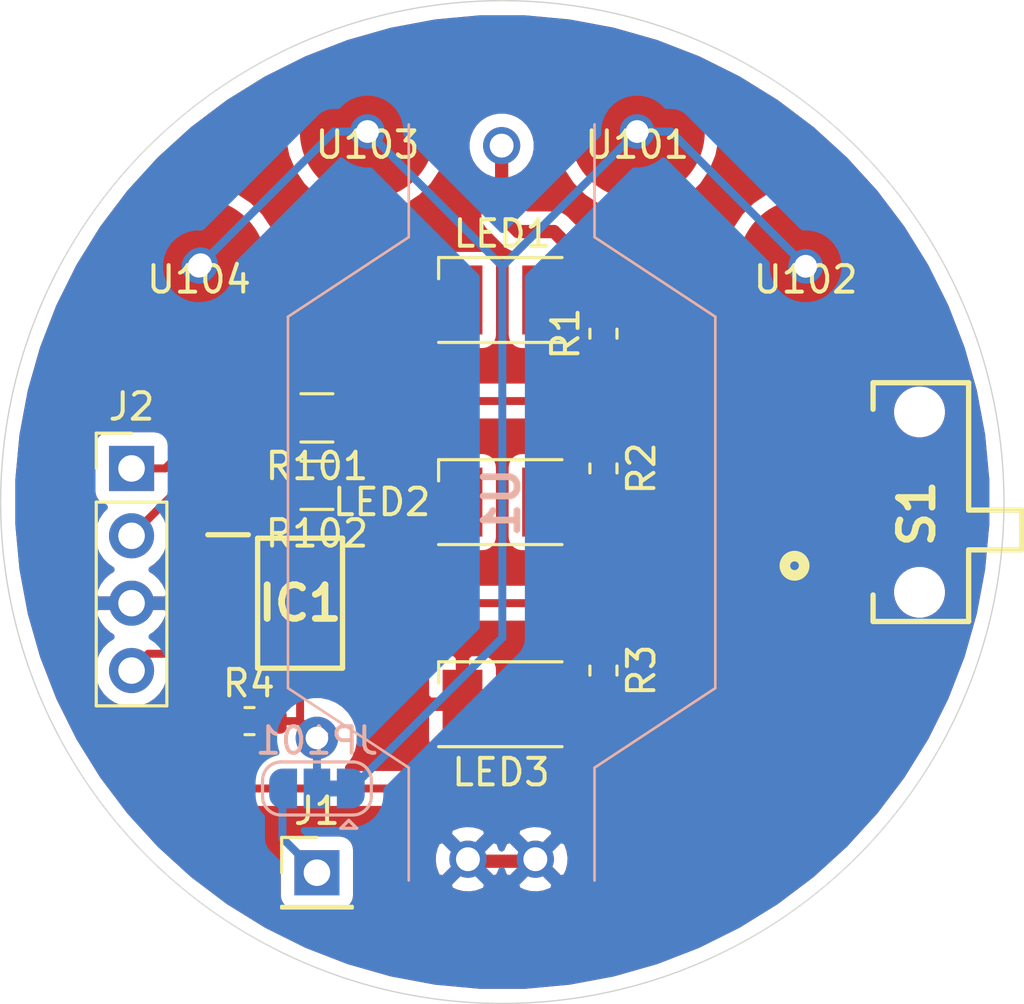
<source format=kicad_pcb>
(kicad_pcb (version 20171130) (host pcbnew "(5.1.6)-1")

  (general
    (thickness 1.6)
    (drawings 1)
    (tracks 91)
    (zones 0)
    (modules 19)
    (nets 17)
  )

  (page A4)
  (title_block
    (title Ampelschaltung)
  )

  (layers
    (0 F.Cu signal)
    (31 B.Cu signal)
    (32 B.Adhes user)
    (33 F.Adhes user)
    (34 B.Paste user)
    (35 F.Paste user)
    (36 B.SilkS user)
    (37 F.SilkS user)
    (38 B.Mask user)
    (39 F.Mask user)
    (40 Dwgs.User user)
    (41 Cmts.User user)
    (42 Eco1.User user)
    (43 Eco2.User user)
    (44 Edge.Cuts user)
    (45 Margin user)
    (46 B.CrtYd user)
    (47 F.CrtYd user)
    (48 B.Fab user)
    (49 F.Fab user)
  )

  (setup
    (last_trace_width 0.3)
    (user_trace_width 0.2)
    (trace_clearance 0.3)
    (zone_clearance 0.508)
    (zone_45_only no)
    (trace_min 0.2)
    (via_size 1.3)
    (via_drill 0.85)
    (via_min_size 1.3)
    (via_min_drill 0.85)
    (user_via 1.3 0.85)
    (uvia_size 0.3)
    (uvia_drill 0.1)
    (uvias_allowed no)
    (uvia_min_size 0.2)
    (uvia_min_drill 0.1)
    (edge_width 0.05)
    (segment_width 0.2)
    (pcb_text_width 0.3)
    (pcb_text_size 1.5 1.5)
    (mod_edge_width 0.12)
    (mod_text_size 1 1)
    (mod_text_width 0.15)
    (pad_size 1.524 1.524)
    (pad_drill 0.762)
    (pad_to_mask_clearance 0.051)
    (solder_mask_min_width 0.25)
    (aux_axis_origin 0 0)
    (grid_origin 144.2212 116.3066)
    (visible_elements 7FFDFF1F)
    (pcbplotparams
      (layerselection 0x010fc_ffffffff)
      (usegerberextensions false)
      (usegerberattributes false)
      (usegerberadvancedattributes false)
      (creategerberjobfile false)
      (excludeedgelayer true)
      (linewidth 0.100000)
      (plotframeref false)
      (viasonmask false)
      (mode 1)
      (useauxorigin false)
      (hpglpennumber 1)
      (hpglpenspeed 20)
      (hpglpendiameter 15.000000)
      (psnegative false)
      (psa4output false)
      (plotreference true)
      (plotvalue true)
      (plotinvisibletext false)
      (padsonsilk false)
      (subtractmaskfromsilk false)
      (outputformat 1)
      (mirror false)
      (drillshape 1)
      (scaleselection 1)
      (outputdirectory ""))
  )

  (net 0 "")
  (net 1 PB7-LEDs)
  (net 2 +3V3)
  (net 3 GND)
  (net 4 Conn-RST)
  (net 5 PA8-LEDs)
  (net 6 Conn-SWDIO)
  (net 7 Conn-SWCLK)
  (net 8 PA12ReceivePin-kS)
  (net 9 "Net-(LED1-Pad2)")
  (net 10 "Net-(LED2-Pad2)")
  (net 11 "Net-(LED3-Pad2)")
  (net 12 "Net-(J1-Pad1)")
  (net 13 "Net-(J2-Pad1)")
  (net 14 "Net-(J2-Pad2)")
  (net 15 "Net-(JP101-Pad1)")
  (net 16 "Net-(S1-Pad3)")

  (net_class Default "Dies ist die voreingestellte Netzklasse."
    (clearance 0.3)
    (trace_width 0.3)
    (via_dia 1.3)
    (via_drill 0.85)
    (uvia_dia 0.3)
    (uvia_drill 0.1)
    (diff_pair_width 0.25)
    (diff_pair_gap 0.25)
    (add_net Conn-RST)
    (add_net Conn-SWCLK)
    (add_net Conn-SWDIO)
    (add_net "Net-(J1-Pad1)")
    (add_net "Net-(J2-Pad1)")
    (add_net "Net-(J2-Pad2)")
    (add_net "Net-(LED1-Pad2)")
    (add_net "Net-(LED2-Pad2)")
    (add_net "Net-(LED3-Pad2)")
    (add_net "Net-(S1-Pad3)")
    (add_net PA8-LEDs)
    (add_net PB7-LEDs)
  )

  (net_class Power ""
    (clearance 0.3)
    (trace_width 0.3)
    (via_dia 1.3)
    (via_drill 0.85)
    (uvia_dia 0.4)
    (uvia_drill 0.2)
    (diff_pair_width 0.35)
    (diff_pair_gap 0.35)
    (add_net +3V3)
    (add_net GND)
  )

  (net_class X ""
    (clearance 0.7)
    (trace_width 0.3)
    (via_dia 1.3)
    (via_drill 0.85)
    (uvia_dia 0.3)
    (uvia_drill 0.1)
    (diff_pair_width 0.25)
    (diff_pair_gap 0.25)
    (add_net "Net-(JP101-Pad1)")
    (add_net PA12ReceivePin-kS)
  )

  (module libs_fp:JS102011SAQN (layer F.Cu) (tedit 5F105192) (tstamp 5F10653E)
    (at 158.1912 116.3066 90)
    (descr JS102011SAQN)
    (tags Switch)
    (path /5F0FD9F0)
    (fp_text reference S1 (at -0.43 1.647 90) (layer F.SilkS)
      (effects (font (size 1.27 1.27) (thickness 0.254)))
    )
    (fp_text value JS102011SAQN (at -0.43 1.647 90) (layer F.SilkS) hide
      (effects (font (size 1.27 1.27) (thickness 0.254)))
    )
    (fp_line (start -4.5 0) (end 4.5 0) (layer F.Fab) (width 0.2))
    (fp_line (start 4.5 0) (end 4.5 3.6) (layer F.Fab) (width 0.2))
    (fp_line (start 4.5 3.6) (end -4.5 3.6) (layer F.Fab) (width 0.2))
    (fp_line (start -4.5 3.6) (end -4.5 0) (layer F.Fab) (width 0.2))
    (fp_line (start 4.5 0) (end 3.5 0) (layer F.SilkS) (width 0.2))
    (fp_line (start -4.5 0) (end -3.5 0) (layer F.SilkS) (width 0.2))
    (fp_line (start -1.8 3.6) (end -1.8 5.6) (layer F.Fab) (width 0.2))
    (fp_line (start -1.8 5.6) (end -0.3 5.6) (layer F.Fab) (width 0.2))
    (fp_line (start -0.3 5.6) (end -0.3 3.6) (layer F.Fab) (width 0.2))
    (fp_line (start -4.5 0) (end -4.5 3.6) (layer F.SilkS) (width 0.2))
    (fp_line (start -4.5 3.6) (end -1.8 3.6) (layer F.SilkS) (width 0.2))
    (fp_line (start -1.8 3.6) (end -1.8 5.6) (layer F.SilkS) (width 0.2))
    (fp_line (start -1.8 5.6) (end -0.3 5.6) (layer F.SilkS) (width 0.2))
    (fp_line (start -0.3 5.6) (end -0.3 3.6) (layer F.SilkS) (width 0.2))
    (fp_line (start -0.3 3.6) (end 4.5 3.6) (layer F.SilkS) (width 0.2))
    (fp_line (start 4.5 3.6) (end 4.5 0) (layer F.SilkS) (width 0.2))
    (fp_circle (center -2.399 -2.96) (end -2.399 -2.79585) (layer F.SilkS) (width 0.4))
    (fp_text user %R (at -0.43 1.647 90) (layer F.Fab)
      (effects (font (size 1.27 1.27) (thickness 0.254)))
    )
    (pad "" np_thru_hole circle (at 3.4 1.75 90) (size 0.9 0.9) (drill 0.9) (layers *.Cu *.Mask))
    (pad "" np_thru_hole circle (at -3.4 1.75 90) (size 0.9 0.9) (drill 0.9) (layers *.Cu *.Mask))
    (pad 3 smd rect (at 2.5 -1 90) (size 1.2 2.5) (layers F.Cu F.Paste F.Mask)
      (net 16 "Net-(S1-Pad3)"))
    (pad 2 smd rect (at 0 -1 90) (size 1.2 2.5) (layers F.Cu F.Paste F.Mask)
      (net 2 +3V3))
    (pad 1 smd rect (at -2.5 -1 90) (size 1.2 2.5) (layers F.Cu F.Paste F.Mask)
      (net 4 Conn-RST))
  )

  (module libs_fp:Touch_Sens_Pad (layer F.Cu) (tedit 5F0FF3A0) (tstamp 5F10576F)
    (at 139.1412 102.3366)
    (path /5F123EC0)
    (fp_text reference U103 (at 0 0.5) (layer F.SilkS)
      (effects (font (size 1 1) (thickness 0.15)))
    )
    (fp_text value Touch_Sens_Pad (at 0 -0.5) (layer F.Fab)
      (effects (font (size 1 1) (thickness 0.15)))
    )
    (fp_circle (center 0 0) (end 1.3 0) (layer F.Cu) (width 2.5))
    (pad 1 thru_hole circle (at 0 0) (size 1.3 1.3) (drill 0.85) (layers *.Cu *.Mask)
      (net 15 "Net-(JP101-Pad1)"))
  )

  (module libs_fp:Touch_Sens_Pad (layer F.Cu) (tedit 5F0FF3A0) (tstamp 5F105775)
    (at 132.7912 107.4166)
    (path /5F1240DE)
    (fp_text reference U104 (at 0 0.5) (layer F.SilkS)
      (effects (font (size 1 1) (thickness 0.15)))
    )
    (fp_text value Touch_Sens_Pad (at 0 -0.5) (layer F.Fab)
      (effects (font (size 1 1) (thickness 0.15)))
    )
    (fp_circle (center 0 0) (end 1.3 0) (layer F.Cu) (width 2.5))
    (pad 1 thru_hole circle (at 0 0) (size 1.3 1.3) (drill 0.85) (layers *.Cu *.Mask)
      (net 15 "Net-(JP101-Pad1)"))
  )

  (module libs_fp:Touch_Sens_Pad (layer F.Cu) (tedit 5F0FF3A0) (tstamp 5F105769)
    (at 155.6512 107.4166)
    (path /5F123C1E)
    (fp_text reference U102 (at 0 0.5) (layer F.SilkS)
      (effects (font (size 1 1) (thickness 0.15)))
    )
    (fp_text value Touch_Sens_Pad (at 0 -0.5) (layer F.Fab)
      (effects (font (size 1 1) (thickness 0.15)))
    )
    (fp_circle (center 0 0) (end 1.3 0) (layer F.Cu) (width 2.5))
    (pad 1 thru_hole circle (at 0 0) (size 1.3 1.3) (drill 0.85) (layers *.Cu *.Mask)
      (net 15 "Net-(JP101-Pad1)"))
  )

  (module libs_fp:Touch_Sens_Pad (layer F.Cu) (tedit 5F0FF3A0) (tstamp 5F105763)
    (at 149.3012 102.3366)
    (path /5F1231CE)
    (fp_text reference U101 (at 0 0.5) (layer F.SilkS)
      (effects (font (size 1 1) (thickness 0.15)))
    )
    (fp_text value Touch_Sens_Pad (at 0 -0.5) (layer F.Fab)
      (effects (font (size 1 1) (thickness 0.15)))
    )
    (fp_circle (center 0 0) (end 1.3 0) (layer F.Cu) (width 2.5))
    (pad 1 thru_hole circle (at 0 0) (size 1.3 1.3) (drill 0.85) (layers *.Cu *.Mask)
      (net 15 "Net-(JP101-Pad1)"))
  )

  (module libs_fp:HU2032LF (layer B.Cu) (tedit 0) (tstamp 5F0F1D51)
    (at 145.4658 129.7686 90)
    (descr HU2032-LF-3)
    (tags "Undefined or Miscellaneous")
    (path /5EF3D88A)
    (fp_text reference U1 (at 13.45 -1.27 90) (layer B.SilkS)
      (effects (font (size 1.27 1.27) (thickness 0.254)) (justify mirror))
    )
    (fp_text value HU2032-LF (at 13.45 -1.27 90) (layer B.SilkS) hide
      (effects (font (size 1.27 1.27) (thickness 0.254)) (justify mirror))
    )
    (fp_line (start -1.8 9.73) (end 28.7 9.73) (layer B.CrtYd) (width 0.1))
    (fp_line (start 28.7 9.73) (end 28.7 -12.27) (layer B.CrtYd) (width 0.1))
    (fp_line (start 28.7 -12.27) (end -1.8 -12.27) (layer B.CrtYd) (width 0.1))
    (fp_line (start -1.8 -12.27) (end -1.8 9.73) (layer B.CrtYd) (width 0.1))
    (fp_line (start 3.45 -1.27) (end 3.45 -1.27) (layer B.Fab) (width 0.2))
    (fp_line (start 23.45 -1.27) (end 23.45 -1.27) (layer B.Fab) (width 0.2))
    (fp_line (start -0.8 2.23) (end -0.8 -4.77) (layer B.Fab) (width 0.2))
    (fp_line (start 27.7 2.23) (end 27.7 -4.77) (layer B.Fab) (width 0.2))
    (fp_line (start 6.45 6.78) (end 20.45 6.78) (layer B.Fab) (width 0.2))
    (fp_line (start 6.45 -9.32) (end 20.45 -9.32) (layer B.Fab) (width 0.2))
    (fp_line (start 6.45 6.78) (end 3.45 2.23) (layer B.Fab) (width 0.2))
    (fp_line (start 6.45 -9.32) (end 3.45 -4.77) (layer B.Fab) (width 0.2))
    (fp_line (start 20.45 -9.32) (end 23.45 -4.77) (layer B.Fab) (width 0.2))
    (fp_line (start 20.45 6.78) (end 23.45 2.23) (layer B.Fab) (width 0.2))
    (fp_line (start 3.45 2.23) (end -0.8 2.23) (layer B.Fab) (width 0.2))
    (fp_line (start -0.8 -4.77) (end 3.45 -4.77) (layer B.Fab) (width 0.2))
    (fp_line (start 27.7 -4.77) (end 23.45 -4.77) (layer B.Fab) (width 0.2))
    (fp_line (start 27.7 2.23) (end 23.45 2.23) (layer B.Fab) (width 0.2))
    (fp_line (start -0.8 2.23) (end 3.45 2.23) (layer B.SilkS) (width 0.1))
    (fp_line (start 3.45 2.23) (end 6.45 6.78) (layer B.SilkS) (width 0.1))
    (fp_line (start 6.45 6.78) (end 20.45 6.78) (layer B.SilkS) (width 0.1))
    (fp_line (start 20.45 6.78) (end 23.45 2.23) (layer B.SilkS) (width 0.1))
    (fp_line (start 23.45 2.23) (end 27.7 2.23) (layer B.SilkS) (width 0.1))
    (fp_line (start -0.8 -4.77) (end 3.45 -4.77) (layer B.SilkS) (width 0.1))
    (fp_line (start 3.45 -4.77) (end 6.45 -9.32) (layer B.SilkS) (width 0.1))
    (fp_line (start 6.45 -9.32) (end 20.45 -9.32) (layer B.SilkS) (width 0.1))
    (fp_line (start 20.45 -9.32) (end 23.45 -4.77) (layer B.SilkS) (width 0.1))
    (fp_line (start 23.45 -4.77) (end 27.7 -4.77) (layer B.SilkS) (width 0.1))
    (fp_arc (start 13.45 -1.27) (end 23.45 -1.27) (angle 180) (layer B.Fab) (width 0.2))
    (fp_arc (start 13.45 -1.27) (end 3.45 -1.27) (angle 180) (layer B.Fab) (width 0.2))
    (fp_text user %R (at 13.45 -1.27 90) (layer B.Fab)
      (effects (font (size 1.27 1.27) (thickness 0.254)) (justify mirror))
    )
    (pad 3 thru_hole circle (at 26.9 -1.27 90) (size 1.4 1.4) (drill 0.9) (layers *.Cu *.Mask)
      (net 2 +3V3))
    (pad 2 thru_hole circle (at 0 -2.54 90) (size 1.4 1.4) (drill 0.9) (layers *.Cu *.Mask)
      (net 3 GND))
    (pad 1 thru_hole circle (at 0 0 90) (size 1.4 1.4) (drill 0.9) (layers *.Cu *.Mask)
      (net 3 GND))
  )

  (module Resistor_SMD:R_1206_3216Metric_Pad1.42x1.75mm_HandSolder (layer F.Cu) (tedit 5B301BBD) (tstamp 5F10479E)
    (at 137.2362 115.6716 180)
    (descr "Resistor SMD 1206 (3216 Metric), square (rectangular) end terminal, IPC_7351 nominal with elongated pad for handsoldering. (Body size source: http://www.tortai-tech.com/upload/download/2011102023233369053.pdf), generated with kicad-footprint-generator")
    (tags "resistor handsolder")
    (path /5F113F53)
    (attr smd)
    (fp_text reference R102 (at 0 -1.82) (layer F.SilkS)
      (effects (font (size 1 1) (thickness 0.15)))
    )
    (fp_text value 0 (at 0 1.82) (layer F.Fab)
      (effects (font (size 1 1) (thickness 0.15)))
    )
    (fp_line (start -1.6 0.8) (end -1.6 -0.8) (layer F.Fab) (width 0.1))
    (fp_line (start -1.6 -0.8) (end 1.6 -0.8) (layer F.Fab) (width 0.1))
    (fp_line (start 1.6 -0.8) (end 1.6 0.8) (layer F.Fab) (width 0.1))
    (fp_line (start 1.6 0.8) (end -1.6 0.8) (layer F.Fab) (width 0.1))
    (fp_line (start -0.602064 -0.91) (end 0.602064 -0.91) (layer F.SilkS) (width 0.12))
    (fp_line (start -0.602064 0.91) (end 0.602064 0.91) (layer F.SilkS) (width 0.12))
    (fp_line (start -2.45 1.12) (end -2.45 -1.12) (layer F.CrtYd) (width 0.05))
    (fp_line (start -2.45 -1.12) (end 2.45 -1.12) (layer F.CrtYd) (width 0.05))
    (fp_line (start 2.45 -1.12) (end 2.45 1.12) (layer F.CrtYd) (width 0.05))
    (fp_line (start 2.45 1.12) (end -2.45 1.12) (layer F.CrtYd) (width 0.05))
    (fp_text user %R (at 0 0) (layer F.Fab)
      (effects (font (size 0.8 0.8) (thickness 0.12)))
    )
    (pad 2 smd roundrect (at 1.4875 0 180) (size 1.425 1.75) (layers F.Cu F.Paste F.Mask) (roundrect_rratio 0.175439)
      (net 14 "Net-(J2-Pad2)"))
    (pad 1 smd roundrect (at -1.4875 0 180) (size 1.425 1.75) (layers F.Cu F.Paste F.Mask) (roundrect_rratio 0.175439)
      (net 7 Conn-SWCLK))
    (model ${KISYS3DMOD}/Resistor_SMD.3dshapes/R_1206_3216Metric.wrl
      (at (xyz 0 0 0))
      (scale (xyz 1 1 1))
      (rotate (xyz 0 0 0))
    )
  )

  (module Resistor_SMD:R_1206_3216Metric_Pad1.42x1.75mm_HandSolder (layer F.Cu) (tedit 5B301BBD) (tstamp 5F10478D)
    (at 137.2362 113.1316 180)
    (descr "Resistor SMD 1206 (3216 Metric), square (rectangular) end terminal, IPC_7351 nominal with elongated pad for handsoldering. (Body size source: http://www.tortai-tech.com/upload/download/2011102023233369053.pdf), generated with kicad-footprint-generator")
    (tags "resistor handsolder")
    (path /5F113686)
    (attr smd)
    (fp_text reference R101 (at 0 -1.82) (layer F.SilkS)
      (effects (font (size 1 1) (thickness 0.15)))
    )
    (fp_text value 0 (at 0 1.82) (layer F.Fab)
      (effects (font (size 1 1) (thickness 0.15)))
    )
    (fp_line (start -1.6 0.8) (end -1.6 -0.8) (layer F.Fab) (width 0.1))
    (fp_line (start -1.6 -0.8) (end 1.6 -0.8) (layer F.Fab) (width 0.1))
    (fp_line (start 1.6 -0.8) (end 1.6 0.8) (layer F.Fab) (width 0.1))
    (fp_line (start 1.6 0.8) (end -1.6 0.8) (layer F.Fab) (width 0.1))
    (fp_line (start -0.602064 -0.91) (end 0.602064 -0.91) (layer F.SilkS) (width 0.12))
    (fp_line (start -0.602064 0.91) (end 0.602064 0.91) (layer F.SilkS) (width 0.12))
    (fp_line (start -2.45 1.12) (end -2.45 -1.12) (layer F.CrtYd) (width 0.05))
    (fp_line (start -2.45 -1.12) (end 2.45 -1.12) (layer F.CrtYd) (width 0.05))
    (fp_line (start 2.45 -1.12) (end 2.45 1.12) (layer F.CrtYd) (width 0.05))
    (fp_line (start 2.45 1.12) (end -2.45 1.12) (layer F.CrtYd) (width 0.05))
    (fp_text user %R (at 0 0) (layer F.Fab)
      (effects (font (size 0.8 0.8) (thickness 0.12)))
    )
    (pad 2 smd roundrect (at 1.4875 0 180) (size 1.425 1.75) (layers F.Cu F.Paste F.Mask) (roundrect_rratio 0.175439)
      (net 13 "Net-(J2-Pad1)"))
    (pad 1 smd roundrect (at -1.4875 0 180) (size 1.425 1.75) (layers F.Cu F.Paste F.Mask) (roundrect_rratio 0.175439)
      (net 6 Conn-SWDIO))
    (model ${KISYS3DMOD}/Resistor_SMD.3dshapes/R_1206_3216Metric.wrl
      (at (xyz 0 0 0))
      (scale (xyz 1 1 1))
      (rotate (xyz 0 0 0))
    )
  )

  (module Jumper:SolderJumper-3_P1.3mm_Bridged12_RoundedPad1.0x1.5mm (layer B.Cu) (tedit 5C745321) (tstamp 5F10468A)
    (at 137.2362 127.1016 180)
    (descr "SMD Solder 3-pad Jumper, 1x1.5mm rounded Pads, 0.3mm gap, pads 1-2 bridged with 1 copper strip")
    (tags "solder jumper open")
    (path /5F101610)
    (attr virtual)
    (fp_text reference JP101 (at 0 1.8) (layer B.SilkS)
      (effects (font (size 1 1) (thickness 0.15)) (justify mirror))
    )
    (fp_text value SolderJumper_3_Bridged12 (at 0 -1.9) (layer B.Fab)
      (effects (font (size 1 1) (thickness 0.15)) (justify mirror))
    )
    (fp_line (start -1.2 -1.2) (end -0.9 -1.5) (layer B.SilkS) (width 0.12))
    (fp_line (start -1.5 -1.5) (end -0.9 -1.5) (layer B.SilkS) (width 0.12))
    (fp_line (start -1.2 -1.2) (end -1.5 -1.5) (layer B.SilkS) (width 0.12))
    (fp_line (start -2.05 -0.3) (end -2.05 0.3) (layer B.SilkS) (width 0.12))
    (fp_line (start 1.4 -1) (end -1.4 -1) (layer B.SilkS) (width 0.12))
    (fp_line (start 2.05 0.3) (end 2.05 -0.3) (layer B.SilkS) (width 0.12))
    (fp_line (start -1.4 1) (end 1.4 1) (layer B.SilkS) (width 0.12))
    (fp_line (start -2.3 1.25) (end 2.3 1.25) (layer B.CrtYd) (width 0.05))
    (fp_line (start -2.3 1.25) (end -2.3 -1.25) (layer B.CrtYd) (width 0.05))
    (fp_line (start 2.3 -1.25) (end 2.3 1.25) (layer B.CrtYd) (width 0.05))
    (fp_line (start 2.3 -1.25) (end -2.3 -1.25) (layer B.CrtYd) (width 0.05))
    (fp_poly (pts (xy -0.9 0.3) (xy -0.4 0.3) (xy -0.4 -0.3) (xy -0.9 -0.3)) (layer B.Cu) (width 0))
    (fp_arc (start -1.35 0.3) (end -1.35 1) (angle 90) (layer B.SilkS) (width 0.12))
    (fp_arc (start -1.35 -0.3) (end -2.05 -0.3) (angle 90) (layer B.SilkS) (width 0.12))
    (fp_arc (start 1.35 -0.3) (end 1.35 -1) (angle 90) (layer B.SilkS) (width 0.12))
    (fp_arc (start 1.35 0.3) (end 2.05 0.3) (angle 90) (layer B.SilkS) (width 0.12))
    (pad 1 smd custom (at -1.3 0 180) (size 1 0.5) (layers B.Cu B.Mask)
      (net 15 "Net-(JP101-Pad1)") (zone_connect 2)
      (options (clearance outline) (anchor rect))
      (primitives
        (gr_circle (center 0 -0.25) (end 0.5 -0.25) (width 0))
        (gr_circle (center 0 0.25) (end 0.5 0.25) (width 0))
        (gr_poly (pts
           (xy 0.55 0.75) (xy 0 0.75) (xy 0 -0.75) (xy 0.55 -0.75)) (width 0))
      ))
    (pad 2 smd rect (at 0 0 180) (size 1 1.5) (layers B.Cu B.Mask)
      (net 8 PA12ReceivePin-kS))
    (pad 3 smd custom (at 1.3 0 180) (size 1 0.5) (layers B.Cu B.Mask)
      (net 12 "Net-(J1-Pad1)") (zone_connect 2)
      (options (clearance outline) (anchor rect))
      (primitives
        (gr_circle (center 0 -0.25) (end 0.5 -0.25) (width 0))
        (gr_circle (center 0 0.25) (end 0.5 0.25) (width 0))
        (gr_poly (pts
           (xy -0.55 0.75) (xy 0 0.75) (xy 0 -0.75) (xy -0.55 -0.75)) (width 0))
      ))
  )

  (module libs_fp:SOIC127P600X175-8N (layer F.Cu) (tedit 0) (tstamp 5EF460FB)
    (at 136.6012 120.1166)
    (descr SO8N-A)
    (tags "Integrated Circuit")
    (path /5EE382F6)
    (attr smd)
    (fp_text reference IC1 (at 0 0) (layer F.SilkS)
      (effects (font (size 1.27 1.27) (thickness 0.254)))
    )
    (fp_text value STM32G031J6M6 (at 0 0) (layer F.SilkS) hide
      (effects (font (size 1.27 1.27) (thickness 0.254)))
    )
    (fp_line (start -3.725 -2.75) (end 3.725 -2.75) (layer F.CrtYd) (width 0.05))
    (fp_line (start 3.725 -2.75) (end 3.725 2.75) (layer F.CrtYd) (width 0.05))
    (fp_line (start 3.725 2.75) (end -3.725 2.75) (layer F.CrtYd) (width 0.05))
    (fp_line (start -3.725 2.75) (end -3.725 -2.75) (layer F.CrtYd) (width 0.05))
    (fp_line (start -1.95 -2.45) (end 1.95 -2.45) (layer F.Fab) (width 0.1))
    (fp_line (start 1.95 -2.45) (end 1.95 2.45) (layer F.Fab) (width 0.1))
    (fp_line (start 1.95 2.45) (end -1.95 2.45) (layer F.Fab) (width 0.1))
    (fp_line (start -1.95 2.45) (end -1.95 -2.45) (layer F.Fab) (width 0.1))
    (fp_line (start -1.95 -1.18) (end -0.68 -2.45) (layer F.Fab) (width 0.1))
    (fp_line (start -1.6 -2.45) (end 1.6 -2.45) (layer F.SilkS) (width 0.2))
    (fp_line (start 1.6 -2.45) (end 1.6 2.45) (layer F.SilkS) (width 0.2))
    (fp_line (start 1.6 2.45) (end -1.6 2.45) (layer F.SilkS) (width 0.2))
    (fp_line (start -1.6 2.45) (end -1.6 -2.45) (layer F.SilkS) (width 0.2))
    (fp_line (start -3.475 -2.58) (end -1.95 -2.58) (layer F.SilkS) (width 0.2))
    (fp_text user %R (at 0 0) (layer F.Fab)
      (effects (font (size 1.27 1.27) (thickness 0.254)))
    )
    (pad 8 smd rect (at 2.712 -1.905 90) (size 0.65 1.525) (layers F.Cu F.Paste F.Mask)
      (net 7 Conn-SWCLK))
    (pad 7 smd rect (at 2.712 -0.635 90) (size 0.65 1.525) (layers F.Cu F.Paste F.Mask)
      (net 6 Conn-SWDIO))
    (pad 6 smd rect (at 2.712 0.635 90) (size 0.65 1.525) (layers F.Cu F.Paste F.Mask)
      (net 8 PA12ReceivePin-kS))
    (pad 5 smd rect (at 2.712 1.905 90) (size 0.65 1.525) (layers F.Cu F.Paste F.Mask)
      (net 5 PA8-LEDs))
    (pad 4 smd rect (at -2.712 1.905 90) (size 0.65 1.525) (layers F.Cu F.Paste F.Mask)
      (net 4 Conn-RST))
    (pad 3 smd rect (at -2.712 0.635 90) (size 0.65 1.525) (layers F.Cu F.Paste F.Mask)
      (net 3 GND))
    (pad 2 smd rect (at -2.712 -0.635 90) (size 0.65 1.525) (layers F.Cu F.Paste F.Mask)
      (net 2 +3V3))
    (pad 1 smd rect (at -2.712 -1.905 90) (size 0.65 1.525) (layers F.Cu F.Paste F.Mask)
      (net 1 PB7-LEDs))
    (model STM32G031J6M6.stp
      (at (xyz 0 0 0))
      (scale (xyz 1 1 1))
      (rotate (xyz 0 0 0))
    )
  )

  (module Connector_PinHeader_2.54mm:PinHeader_1x01_P2.54mm_Vertical (layer F.Cu) (tedit 59FED5CC) (tstamp 5EFC72AB)
    (at 137.2362 130.2766)
    (descr "Through hole straight pin header, 1x01, 2.54mm pitch, single row")
    (tags "Through hole pin header THT 1x01 2.54mm single row")
    (path /5EF35B4C)
    (fp_text reference J1 (at 0 -2.33) (layer F.SilkS)
      (effects (font (size 1 1) (thickness 0.15)))
    )
    (fp_text value Conn_01x01 (at 0 2.33) (layer F.Fab)
      (effects (font (size 1 1) (thickness 0.15)))
    )
    (fp_line (start 1.8 -1.8) (end -1.8 -1.8) (layer F.CrtYd) (width 0.05))
    (fp_line (start 1.8 1.8) (end 1.8 -1.8) (layer F.CrtYd) (width 0.05))
    (fp_line (start -1.8 1.8) (end 1.8 1.8) (layer F.CrtYd) (width 0.05))
    (fp_line (start -1.8 -1.8) (end -1.8 1.8) (layer F.CrtYd) (width 0.05))
    (fp_line (start -1.33 -1.33) (end 0 -1.33) (layer F.SilkS) (width 0.12))
    (fp_line (start -1.33 0) (end -1.33 -1.33) (layer F.SilkS) (width 0.12))
    (fp_line (start -1.33 1.27) (end 1.33 1.27) (layer F.SilkS) (width 0.12))
    (fp_line (start 1.33 1.27) (end 1.33 1.33) (layer F.SilkS) (width 0.12))
    (fp_line (start -1.33 1.27) (end -1.33 1.33) (layer F.SilkS) (width 0.12))
    (fp_line (start -1.33 1.33) (end 1.33 1.33) (layer F.SilkS) (width 0.12))
    (fp_line (start -1.27 -0.635) (end -0.635 -1.27) (layer F.Fab) (width 0.1))
    (fp_line (start -1.27 1.27) (end -1.27 -0.635) (layer F.Fab) (width 0.1))
    (fp_line (start 1.27 1.27) (end -1.27 1.27) (layer F.Fab) (width 0.1))
    (fp_line (start 1.27 -1.27) (end 1.27 1.27) (layer F.Fab) (width 0.1))
    (fp_line (start -0.635 -1.27) (end 1.27 -1.27) (layer F.Fab) (width 0.1))
    (fp_text user %R (at 0 0 90) (layer F.Fab)
      (effects (font (size 1 1) (thickness 0.15)))
    )
    (pad 1 thru_hole rect (at 0 0) (size 1.7 1.7) (drill 1) (layers *.Cu *.Mask)
      (net 12 "Net-(J1-Pad1)"))
    (model ${KISYS3DMOD}/Connector_PinHeader_2.54mm.3dshapes/PinHeader_1x01_P2.54mm_Vertical.wrl
      (at (xyz 0 0 0))
      (scale (xyz 1 1 1))
      (rotate (xyz 0 0 0))
    )
  )

  (module LED_SMD:LED_PLCC-2 (layer F.Cu) (tedit 59959404) (tstamp 5F0F7A9C)
    (at 144.2212 108.6866)
    (descr "LED PLCC-2 SMD package")
    (tags "LED PLCC-2 SMD")
    (path /5EE8A614)
    (attr smd)
    (fp_text reference LED1 (at 0 -2.5) (layer F.SilkS)
      (effects (font (size 1 1) (thickness 0.15)))
    )
    (fp_text value red (at 0 2.5) (layer F.Fab)
      (effects (font (size 1 1) (thickness 0.15)))
    )
    (fp_line (start -2.4 -1.6) (end -2.4 -0.8) (layer F.SilkS) (width 0.12))
    (fp_line (start 2.25 -1.6) (end -2.4 -1.6) (layer F.SilkS) (width 0.12))
    (fp_line (start 2.25 1.6) (end -2.4 1.6) (layer F.SilkS) (width 0.12))
    (fp_line (start -2.65 1.85) (end -2.65 -1.85) (layer F.CrtYd) (width 0.05))
    (fp_line (start 2.5 1.85) (end -2.65 1.85) (layer F.CrtYd) (width 0.05))
    (fp_line (start 2.5 -1.85) (end 2.5 1.85) (layer F.CrtYd) (width 0.05))
    (fp_line (start -2.65 -1.85) (end 2.5 -1.85) (layer F.CrtYd) (width 0.05))
    (fp_line (start -1.7 1.5) (end 1.7 1.5) (layer F.Fab) (width 0.1))
    (fp_line (start -1.7 -1.5) (end -1.7 1.5) (layer F.Fab) (width 0.1))
    (fp_line (start 1.7 -1.5) (end -1.7 -1.5) (layer F.Fab) (width 0.1))
    (fp_line (start 1.7 1.5) (end 1.7 -1.5) (layer F.Fab) (width 0.1))
    (fp_line (start -1.7 -0.6) (end -0.8 -1.5) (layer F.Fab) (width 0.1))
    (fp_circle (center 0 0) (end 0 -1.25) (layer F.Fab) (width 0.1))
    (fp_text user %R (at 0 0) (layer F.Fab)
      (effects (font (size 0.4 0.4) (thickness 0.1)))
    )
    (pad 1 smd rect (at -1.5 0) (size 1.5 2.6) (layers F.Cu F.Paste F.Mask)
      (net 1 PB7-LEDs))
    (pad 2 smd rect (at 1.5 0) (size 1.5 2.6) (layers F.Cu F.Paste F.Mask)
      (net 9 "Net-(LED1-Pad2)"))
    (model ${KISYS3DMOD}/LED_SMD.3dshapes/LED_PLCC-2.wrl
      (at (xyz 0 0 0))
      (scale (xyz 1 1 1))
      (rotate (xyz 0 0 0))
    )
  )

  (module LED_SMD:LED_PLCC-2 (layer F.Cu) (tedit 59959404) (tstamp 5F05E1B1)
    (at 144.2198 116.3066)
    (descr "LED PLCC-2 SMD package")
    (tags "LED PLCC-2 SMD")
    (path /5EE899FD)
    (attr smd)
    (fp_text reference LED2 (at -4.5452 0) (layer F.SilkS)
      (effects (font (size 1 1) (thickness 0.15)))
    )
    (fp_text value yellow (at 0 2.5) (layer F.Fab)
      (effects (font (size 1 1) (thickness 0.15)))
    )
    (fp_line (start -2.4 -1.6) (end -2.4 -0.8) (layer F.SilkS) (width 0.12))
    (fp_line (start 2.25 -1.6) (end -2.4 -1.6) (layer F.SilkS) (width 0.12))
    (fp_line (start 2.25 1.6) (end -2.4 1.6) (layer F.SilkS) (width 0.12))
    (fp_line (start -2.65 1.85) (end -2.65 -1.85) (layer F.CrtYd) (width 0.05))
    (fp_line (start 2.5 1.85) (end -2.65 1.85) (layer F.CrtYd) (width 0.05))
    (fp_line (start 2.5 -1.85) (end 2.5 1.85) (layer F.CrtYd) (width 0.05))
    (fp_line (start -2.65 -1.85) (end 2.5 -1.85) (layer F.CrtYd) (width 0.05))
    (fp_line (start -1.7 1.5) (end 1.7 1.5) (layer F.Fab) (width 0.1))
    (fp_line (start -1.7 -1.5) (end -1.7 1.5) (layer F.Fab) (width 0.1))
    (fp_line (start 1.7 -1.5) (end -1.7 -1.5) (layer F.Fab) (width 0.1))
    (fp_line (start 1.7 1.5) (end 1.7 -1.5) (layer F.Fab) (width 0.1))
    (fp_line (start -1.7 -0.6) (end -0.8 -1.5) (layer F.Fab) (width 0.1))
    (fp_circle (center 0 0) (end 0 -1.25) (layer F.Fab) (width 0.1))
    (fp_text user %R (at 0 0) (layer F.Fab)
      (effects (font (size 0.4 0.4) (thickness 0.1)))
    )
    (pad 1 smd rect (at -1.5 0) (size 1.5 2.6) (layers F.Cu F.Paste F.Mask)
      (net 5 PA8-LEDs))
    (pad 2 smd rect (at 1.5 0) (size 1.5 2.6) (layers F.Cu F.Paste F.Mask)
      (net 10 "Net-(LED2-Pad2)"))
    (model ${KISYS3DMOD}/LED_SMD.3dshapes/LED_PLCC-2.wrl
      (at (xyz 0 0 0))
      (scale (xyz 1 1 1))
      (rotate (xyz 0 0 0))
    )
  )

  (module LED_SMD:LED_PLCC-2 (layer F.Cu) (tedit 59959404) (tstamp 5F05E1C4)
    (at 144.2212 123.9266)
    (descr "LED PLCC-2 SMD package")
    (tags "LED PLCC-2 SMD")
    (path /5EE89DD8)
    (attr smd)
    (fp_text reference LED3 (at -0.0508 2.5654) (layer F.SilkS)
      (effects (font (size 1 1) (thickness 0.15)))
    )
    (fp_text value green (at 0 2.5) (layer F.Fab)
      (effects (font (size 1 1) (thickness 0.15)))
    )
    (fp_circle (center 0 0) (end 0 -1.25) (layer F.Fab) (width 0.1))
    (fp_line (start -1.7 -0.6) (end -0.8 -1.5) (layer F.Fab) (width 0.1))
    (fp_line (start 1.7 1.5) (end 1.7 -1.5) (layer F.Fab) (width 0.1))
    (fp_line (start 1.7 -1.5) (end -1.7 -1.5) (layer F.Fab) (width 0.1))
    (fp_line (start -1.7 -1.5) (end -1.7 1.5) (layer F.Fab) (width 0.1))
    (fp_line (start -1.7 1.5) (end 1.7 1.5) (layer F.Fab) (width 0.1))
    (fp_line (start -2.65 -1.85) (end 2.5 -1.85) (layer F.CrtYd) (width 0.05))
    (fp_line (start 2.5 -1.85) (end 2.5 1.85) (layer F.CrtYd) (width 0.05))
    (fp_line (start 2.5 1.85) (end -2.65 1.85) (layer F.CrtYd) (width 0.05))
    (fp_line (start -2.65 1.85) (end -2.65 -1.85) (layer F.CrtYd) (width 0.05))
    (fp_line (start 2.25 1.6) (end -2.4 1.6) (layer F.SilkS) (width 0.12))
    (fp_line (start 2.25 -1.6) (end -2.4 -1.6) (layer F.SilkS) (width 0.12))
    (fp_line (start -2.4 -1.6) (end -2.4 -0.8) (layer F.SilkS) (width 0.12))
    (fp_text user %R (at 8.382 0.127) (layer F.Fab)
      (effects (font (size 0.4 0.4) (thickness 0.1)))
    )
    (pad 2 smd rect (at 1.5 0) (size 1.5 2.6) (layers F.Cu F.Paste F.Mask)
      (net 11 "Net-(LED3-Pad2)"))
    (pad 1 smd rect (at -1.5 0) (size 1.5 2.6) (layers F.Cu F.Paste F.Mask)
      (net 3 GND))
    (model ${KISYS3DMOD}/LED_SMD.3dshapes/LED_PLCC-2.wrl
      (at (xyz 0 0 0))
      (scale (xyz 1 1 1))
      (rotate (xyz 0 0 0))
    )
  )

  (module Resistor_SMD:R_0603_1608Metric_Pad1.05x0.95mm_HandSolder (layer F.Cu) (tedit 5B301BBD) (tstamp 5F05E1D7)
    (at 148.0312 109.9566 90)
    (descr "Resistor SMD 0603 (1608 Metric), square (rectangular) end terminal, IPC_7351 nominal with elongated pad for handsoldering. (Body size source: http://www.tortai-tech.com/upload/download/2011102023233369053.pdf), generated with kicad-footprint-generator")
    (tags "resistor handsolder")
    (path /5EE8AD00)
    (attr smd)
    (fp_text reference R1 (at 0 -1.43 90) (layer F.SilkS)
      (effects (font (size 1 1) (thickness 0.15)))
    )
    (fp_text value "120 Ohm" (at 0 1.43 90) (layer F.Fab)
      (effects (font (size 1 1) (thickness 0.15)))
    )
    (fp_line (start 1.65 0.73) (end -1.65 0.73) (layer F.CrtYd) (width 0.05))
    (fp_line (start 1.65 -0.73) (end 1.65 0.73) (layer F.CrtYd) (width 0.05))
    (fp_line (start -1.65 -0.73) (end 1.65 -0.73) (layer F.CrtYd) (width 0.05))
    (fp_line (start -1.65 0.73) (end -1.65 -0.73) (layer F.CrtYd) (width 0.05))
    (fp_line (start -0.171267 0.51) (end 0.171267 0.51) (layer F.SilkS) (width 0.12))
    (fp_line (start -0.171267 -0.51) (end 0.171267 -0.51) (layer F.SilkS) (width 0.12))
    (fp_line (start 0.8 0.4) (end -0.8 0.4) (layer F.Fab) (width 0.1))
    (fp_line (start 0.8 -0.4) (end 0.8 0.4) (layer F.Fab) (width 0.1))
    (fp_line (start -0.8 -0.4) (end 0.8 -0.4) (layer F.Fab) (width 0.1))
    (fp_line (start -0.8 0.4) (end -0.8 -0.4) (layer F.Fab) (width 0.1))
    (fp_text user %R (at 0 0 90) (layer F.Fab)
      (effects (font (size 0.4 0.4) (thickness 0.06)))
    )
    (pad 1 smd roundrect (at -0.875 0 90) (size 1.05 0.95) (layers F.Cu F.Paste F.Mask) (roundrect_rratio 0.25)
      (net 2 +3V3))
    (pad 2 smd roundrect (at 0.875 0 90) (size 1.05 0.95) (layers F.Cu F.Paste F.Mask) (roundrect_rratio 0.25)
      (net 9 "Net-(LED1-Pad2)"))
    (model ${KISYS3DMOD}/Resistor_SMD.3dshapes/R_0603_1608Metric.wrl
      (at (xyz 0 0 0))
      (scale (xyz 1 1 1))
      (rotate (xyz 0 0 0))
    )
  )

  (module Resistor_SMD:R_0603_1608Metric_Pad1.05x0.95mm_HandSolder (layer F.Cu) (tedit 5B301BBD) (tstamp 5F05E1E7)
    (at 148.0312 115.0366 270)
    (descr "Resistor SMD 0603 (1608 Metric), square (rectangular) end terminal, IPC_7351 nominal with elongated pad for handsoldering. (Body size source: http://www.tortai-tech.com/upload/download/2011102023233369053.pdf), generated with kicad-footprint-generator")
    (tags "resistor handsolder")
    (path /5EE3B4D7)
    (attr smd)
    (fp_text reference R2 (at 0 -1.43 90) (layer F.SilkS)
      (effects (font (size 1 1) (thickness 0.15)))
    )
    (fp_text value "120 Ohm" (at 0 1.43 90) (layer F.Fab)
      (effects (font (size 1 1) (thickness 0.15)))
    )
    (fp_line (start -0.8 0.4) (end -0.8 -0.4) (layer F.Fab) (width 0.1))
    (fp_line (start -0.8 -0.4) (end 0.8 -0.4) (layer F.Fab) (width 0.1))
    (fp_line (start 0.8 -0.4) (end 0.8 0.4) (layer F.Fab) (width 0.1))
    (fp_line (start 0.8 0.4) (end -0.8 0.4) (layer F.Fab) (width 0.1))
    (fp_line (start -0.171267 -0.51) (end 0.171267 -0.51) (layer F.SilkS) (width 0.12))
    (fp_line (start -0.171267 0.51) (end 0.171267 0.51) (layer F.SilkS) (width 0.12))
    (fp_line (start -1.65 0.73) (end -1.65 -0.73) (layer F.CrtYd) (width 0.05))
    (fp_line (start -1.65 -0.73) (end 1.65 -0.73) (layer F.CrtYd) (width 0.05))
    (fp_line (start 1.65 -0.73) (end 1.65 0.73) (layer F.CrtYd) (width 0.05))
    (fp_line (start 1.65 0.73) (end -1.65 0.73) (layer F.CrtYd) (width 0.05))
    (fp_text user %R (at 0 0 90) (layer F.Fab)
      (effects (font (size 0.4 0.4) (thickness 0.06)))
    )
    (pad 2 smd roundrect (at 0.875 0 270) (size 1.05 0.95) (layers F.Cu F.Paste F.Mask) (roundrect_rratio 0.25)
      (net 10 "Net-(LED2-Pad2)"))
    (pad 1 smd roundrect (at -0.875 0 270) (size 1.05 0.95) (layers F.Cu F.Paste F.Mask) (roundrect_rratio 0.25)
      (net 2 +3V3))
    (model ${KISYS3DMOD}/Resistor_SMD.3dshapes/R_0603_1608Metric.wrl
      (at (xyz 0 0 0))
      (scale (xyz 1 1 1))
      (rotate (xyz 0 0 0))
    )
  )

  (module Resistor_SMD:R_0603_1608Metric_Pad1.05x0.95mm_HandSolder (layer F.Cu) (tedit 5B301BBD) (tstamp 5F05E1F7)
    (at 148.0312 122.6566 270)
    (descr "Resistor SMD 0603 (1608 Metric), square (rectangular) end terminal, IPC_7351 nominal with elongated pad for handsoldering. (Body size source: http://www.tortai-tech.com/upload/download/2011102023233369053.pdf), generated with kicad-footprint-generator")
    (tags "resistor handsolder")
    (path /5EE3AF75)
    (attr smd)
    (fp_text reference R3 (at 0 -1.43 90) (layer F.SilkS)
      (effects (font (size 1 1) (thickness 0.15)))
    )
    (fp_text value "150 Ohm" (at 0 1.43 90) (layer F.Fab)
      (effects (font (size 1 1) (thickness 0.15)))
    )
    (fp_line (start 1.65 0.73) (end -1.65 0.73) (layer F.CrtYd) (width 0.05))
    (fp_line (start 1.65 -0.73) (end 1.65 0.73) (layer F.CrtYd) (width 0.05))
    (fp_line (start -1.65 -0.73) (end 1.65 -0.73) (layer F.CrtYd) (width 0.05))
    (fp_line (start -1.65 0.73) (end -1.65 -0.73) (layer F.CrtYd) (width 0.05))
    (fp_line (start -0.171267 0.51) (end 0.171267 0.51) (layer F.SilkS) (width 0.12))
    (fp_line (start -0.171267 -0.51) (end 0.171267 -0.51) (layer F.SilkS) (width 0.12))
    (fp_line (start 0.8 0.4) (end -0.8 0.4) (layer F.Fab) (width 0.1))
    (fp_line (start 0.8 -0.4) (end 0.8 0.4) (layer F.Fab) (width 0.1))
    (fp_line (start -0.8 -0.4) (end 0.8 -0.4) (layer F.Fab) (width 0.1))
    (fp_line (start -0.8 0.4) (end -0.8 -0.4) (layer F.Fab) (width 0.1))
    (fp_text user %R (at 0 0 90) (layer F.Fab)
      (effects (font (size 0.4 0.4) (thickness 0.06)))
    )
    (pad 1 smd roundrect (at -0.875 0 270) (size 1.05 0.95) (layers F.Cu F.Paste F.Mask) (roundrect_rratio 0.25)
      (net 5 PA8-LEDs))
    (pad 2 smd roundrect (at 0.875 0 270) (size 1.05 0.95) (layers F.Cu F.Paste F.Mask) (roundrect_rratio 0.25)
      (net 11 "Net-(LED3-Pad2)"))
    (model ${KISYS3DMOD}/Resistor_SMD.3dshapes/R_0603_1608Metric.wrl
      (at (xyz 0 0 0))
      (scale (xyz 1 1 1))
      (rotate (xyz 0 0 0))
    )
  )

  (module Resistor_SMD:R_0603_1608Metric_Pad1.05x0.95mm_HandSolder (layer F.Cu) (tedit 5B301BBD) (tstamp 5F05E207)
    (at 134.6962 124.5616)
    (descr "Resistor SMD 0603 (1608 Metric), square (rectangular) end terminal, IPC_7351 nominal with elongated pad for handsoldering. (Body size source: http://www.tortai-tech.com/upload/download/2011102023233369053.pdf), generated with kicad-footprint-generator")
    (tags "resistor handsolder")
    (path /5EEFE0D3)
    (attr smd)
    (fp_text reference R4 (at -0.0254 -1.4224) (layer F.SilkS)
      (effects (font (size 1 1) (thickness 0.15)))
    )
    (fp_text value "4.7 MOhm" (at 0 1.43) (layer F.Fab)
      (effects (font (size 1 1) (thickness 0.15)))
    )
    (fp_line (start -0.8 0.4) (end -0.8 -0.4) (layer F.Fab) (width 0.1))
    (fp_line (start -0.8 -0.4) (end 0.8 -0.4) (layer F.Fab) (width 0.1))
    (fp_line (start 0.8 -0.4) (end 0.8 0.4) (layer F.Fab) (width 0.1))
    (fp_line (start 0.8 0.4) (end -0.8 0.4) (layer F.Fab) (width 0.1))
    (fp_line (start -0.171267 -0.51) (end 0.171267 -0.51) (layer F.SilkS) (width 0.12))
    (fp_line (start -0.171267 0.51) (end 0.171267 0.51) (layer F.SilkS) (width 0.12))
    (fp_line (start -1.65 0.73) (end -1.65 -0.73) (layer F.CrtYd) (width 0.05))
    (fp_line (start -1.65 -0.73) (end 1.65 -0.73) (layer F.CrtYd) (width 0.05))
    (fp_line (start 1.65 -0.73) (end 1.65 0.73) (layer F.CrtYd) (width 0.05))
    (fp_line (start 1.65 0.73) (end -1.65 0.73) (layer F.CrtYd) (width 0.05))
    (fp_text user %R (at 0 0) (layer F.Fab)
      (effects (font (size 0.4 0.4) (thickness 0.06)))
    )
    (pad 2 smd roundrect (at 0.875 0) (size 1.05 0.95) (layers F.Cu F.Paste F.Mask) (roundrect_rratio 0.25)
      (net 8 PA12ReceivePin-kS))
    (pad 1 smd roundrect (at -0.875 0) (size 1.05 0.95) (layers F.Cu F.Paste F.Mask) (roundrect_rratio 0.25)
      (net 4 Conn-RST))
    (model ${KISYS3DMOD}/Resistor_SMD.3dshapes/R_0603_1608Metric.wrl
      (at (xyz 0 0 0))
      (scale (xyz 1 1 1))
      (rotate (xyz 0 0 0))
    )
  )

  (module Connector_PinHeader_2.54mm:PinHeader_1x04_P2.54mm_Vertical (layer F.Cu) (tedit 59FED5CC) (tstamp 5F0F0870)
    (at 130.2512 115.0366)
    (descr "Through hole straight pin header, 1x04, 2.54mm pitch, single row")
    (tags "Through hole pin header THT 1x04 2.54mm single row")
    (path /5F0F49B6)
    (fp_text reference J2 (at 0 -2.33) (layer F.SilkS)
      (effects (font (size 1 1) (thickness 0.15)))
    )
    (fp_text value Conn_01x04_Male (at 0 9.95) (layer F.Fab)
      (effects (font (size 1 1) (thickness 0.15)))
    )
    (fp_line (start 1.8 -1.8) (end -1.8 -1.8) (layer F.CrtYd) (width 0.05))
    (fp_line (start 1.8 9.4) (end 1.8 -1.8) (layer F.CrtYd) (width 0.05))
    (fp_line (start -1.8 9.4) (end 1.8 9.4) (layer F.CrtYd) (width 0.05))
    (fp_line (start -1.8 -1.8) (end -1.8 9.4) (layer F.CrtYd) (width 0.05))
    (fp_line (start -1.33 -1.33) (end 0 -1.33) (layer F.SilkS) (width 0.12))
    (fp_line (start -1.33 0) (end -1.33 -1.33) (layer F.SilkS) (width 0.12))
    (fp_line (start -1.33 1.27) (end 1.33 1.27) (layer F.SilkS) (width 0.12))
    (fp_line (start 1.33 1.27) (end 1.33 8.95) (layer F.SilkS) (width 0.12))
    (fp_line (start -1.33 1.27) (end -1.33 8.95) (layer F.SilkS) (width 0.12))
    (fp_line (start -1.33 8.95) (end 1.33 8.95) (layer F.SilkS) (width 0.12))
    (fp_line (start -1.27 -0.635) (end -0.635 -1.27) (layer F.Fab) (width 0.1))
    (fp_line (start -1.27 8.89) (end -1.27 -0.635) (layer F.Fab) (width 0.1))
    (fp_line (start 1.27 8.89) (end -1.27 8.89) (layer F.Fab) (width 0.1))
    (fp_line (start 1.27 -1.27) (end 1.27 8.89) (layer F.Fab) (width 0.1))
    (fp_line (start -0.635 -1.27) (end 1.27 -1.27) (layer F.Fab) (width 0.1))
    (fp_text user %R (at 0 3.81 90) (layer F.Fab)
      (effects (font (size 1 1) (thickness 0.15)))
    )
    (pad 1 thru_hole rect (at 0 0) (size 1.7 1.7) (drill 1) (layers *.Cu *.Mask)
      (net 13 "Net-(J2-Pad1)"))
    (pad 2 thru_hole oval (at 0 2.54) (size 1.7 1.7) (drill 1) (layers *.Cu *.Mask)
      (net 14 "Net-(J2-Pad2)"))
    (pad 3 thru_hole oval (at 0 5.08) (size 1.7 1.7) (drill 1) (layers *.Cu *.Mask)
      (net 3 GND))
    (pad 4 thru_hole oval (at 0 7.62) (size 1.7 1.7) (drill 1) (layers *.Cu *.Mask)
      (net 4 Conn-RST))
    (model ${KISYS3DMOD}/Connector_PinHeader_2.54mm.3dshapes/PinHeader_1x04_P2.54mm_Vertical.wrl
      (at (xyz 0 0 0))
      (scale (xyz 1 1 1))
      (rotate (xyz 0 0 0))
    )
  )

  (gr_circle (center 144.2212 116.304918) (end 161.417 108.458) (layer Edge.Cuts) (width 0.05))

  (segment (start 140.4112 108.6866) (end 142.7212 108.6866) (width 0.3) (layer F.Cu) (net 1) (status 20))
  (segment (start 139.1412 108.6866) (end 140.4112 108.6866) (width 0.3) (layer F.Cu) (net 1))
  (segment (start 136.91121 110.91659) (end 139.1412 108.6866) (width 0.3) (layer F.Cu) (net 1))
  (segment (start 136.91121 116.586556) (end 136.91121 110.91659) (width 0.3) (layer F.Cu) (net 1))
  (segment (start 135.286166 118.2116) (end 136.91121 116.586556) (width 0.3) (layer F.Cu) (net 1))
  (segment (start 133.8892 118.2116) (end 135.286166 118.2116) (width 0.3) (layer F.Cu) (net 1) (status 10))
  (segment (start 148.0312 112.4966) (end 148.0312 114.1616) (width 0.5) (layer F.Cu) (net 2) (status 20))
  (segment (start 148.0312 112.4966) (end 148.0312 110.8316) (width 0.5) (layer F.Cu) (net 2) (status 20))
  (segment (start 149.3012 107.974) (end 149.3012 112.4966) (width 0.5) (layer F.Cu) (net 2))
  (segment (start 149.3012 112.4966) (end 148.0312 112.4966) (width 0.5) (layer F.Cu) (net 2))
  (segment (start 148.0312 112.4966) (end 148.6662 112.4966) (width 0.5) (layer F.Cu) (net 2))
  (segment (start 137.511221 116.922079) (end 137.511221 111.586579) (width 0.3) (layer F.Cu) (net 2))
  (segment (start 134.9517 119.4816) (end 137.511221 116.922079) (width 0.3) (layer F.Cu) (net 2))
  (segment (start 133.8892 119.4816) (end 134.9517 119.4816) (width 0.3) (layer F.Cu) (net 2) (status 10))
  (segment (start 137.511221 111.586579) (end 140.136179 111.586579) (width 0.3) (layer F.Cu) (net 2))
  (segment (start 141.0462 112.4966) (end 148.0312 112.4966) (width 0.3) (layer F.Cu) (net 2))
  (segment (start 140.136179 111.586579) (end 141.0462 112.4966) (width 0.3) (layer F.Cu) (net 2))
  (segment (start 153.1112 116.3066) (end 149.3012 112.4966) (width 0.3) (layer F.Cu) (net 2))
  (segment (start 157.1912 116.3066) (end 153.1112 116.3066) (width 0.3) (layer F.Cu) (net 2) (status 10))
  (segment (start 144.1958 102.8686) (end 144.1958 105.4862) (width 0.5) (layer F.Cu) (net 2) (status 10))
  (segment (start 144.1958 105.4862) (end 144.8174 106.1078) (width 0.5) (layer F.Cu) (net 2))
  (segment (start 149.3012 107.974) (end 149.2236 107.974) (width 0.5) (layer F.Cu) (net 2))
  (segment (start 149.2236 107.974) (end 148.6662 107.4166) (width 0.5) (layer F.Cu) (net 2))
  (segment (start 147.4738 107.4166) (end 146.165 106.1078) (width 0.5) (layer F.Cu) (net 2))
  (segment (start 148.6662 107.4166) (end 147.4738 107.4166) (width 0.5) (layer F.Cu) (net 2))
  (segment (start 144.8174 106.1078) (end 146.165 106.1078) (width 0.5) (layer F.Cu) (net 2))
  (segment (start 145.3896 129.8448) (end 142.8496 129.8448) (width 0.5) (layer F.Cu) (net 3) (status 30))
  (segment (start 130.8862 122.0216) (end 130.2512 122.6566) (width 0.3) (layer F.Cu) (net 4) (status 20))
  (segment (start 133.8892 122.0216) (end 130.8862 122.0216) (width 0.3) (layer F.Cu) (net 4) (status 10))
  (segment (start 133.8892 124.4936) (end 133.8212 124.5616) (width 0.3) (layer F.Cu) (net 4) (status 30))
  (segment (start 133.8892 122.0216) (end 133.8892 124.4936) (width 0.3) (layer F.Cu) (net 4) (status 30))
  (segment (start 133.8212 126.2266) (end 133.8212 124.5616) (width 0.3) (layer F.Cu) (net 4) (status 20))
  (segment (start 134.6962 127.1016) (end 133.8212 126.2266) (width 0.3) (layer F.Cu) (net 4))
  (segment (start 153.7462 127.1016) (end 134.6962 127.1016) (width 0.3) (layer F.Cu) (net 4))
  (segment (start 155.0162 125.8316) (end 153.7462 127.1016) (width 0.3) (layer F.Cu) (net 4))
  (segment (start 155.0162 120.1166) (end 155.0162 125.8316) (width 0.3) (layer F.Cu) (net 4))
  (segment (start 156.3262 118.8066) (end 155.0162 120.1166) (width 0.3) (layer F.Cu) (net 4) (status 10))
  (segment (start 157.1912 118.8066) (end 156.3262 118.8066) (width 0.3) (layer F.Cu) (net 4) (status 30))
  (segment (start 148.0312 121.7816) (end 146.3662 120.1166) (width 0.3) (layer F.Cu) (net 5) (status 10))
  (segment (start 146.3662 120.1166) (end 146.1262 120.1166) (width 0.3) (layer F.Cu) (net 5))
  (segment (start 146.1262 120.1166) (end 142.9512 120.1166) (width 0.3) (layer F.Cu) (net 5))
  (segment (start 139.3132 122.0216) (end 140.4112 122.0216) (width 0.3) (layer F.Cu) (net 5) (status 10))
  (segment (start 140.4112 122.0216) (end 142.3162 120.1166) (width 0.3) (layer F.Cu) (net 5))
  (segment (start 142.9512 120.1166) (end 142.3162 120.1166) (width 0.3) (layer F.Cu) (net 5))
  (segment (start 142.3162 116.7102) (end 142.7198 116.3066) (width 0.3) (layer F.Cu) (net 5) (status 30))
  (segment (start 142.3162 120.1166) (end 142.3162 116.7102) (width 0.3) (layer F.Cu) (net 5) (status 20))
  (segment (start 141.0462 115.671606) (end 139.141194 113.7666) (width 0.3) (layer F.Cu) (net 6) (status 20))
  (segment (start 141.0462 118.8466) (end 141.0462 115.671606) (width 0.3) (layer F.Cu) (net 6))
  (segment (start 140.4112 119.4816) (end 141.0462 118.8466) (width 0.3) (layer F.Cu) (net 6))
  (segment (start 139.3132 119.4816) (end 140.4112 119.4816) (width 0.3) (layer F.Cu) (net 6) (status 10))
  (segment (start 139.3132 116.2611) (end 138.7237 115.6716) (width 0.3) (layer F.Cu) (net 7) (status 30))
  (segment (start 139.3132 118.2116) (end 139.3132 116.2611) (width 0.3) (layer F.Cu) (net 7) (status 30))
  (via (at 137.2362 125.1966) (size 1.6) (drill 0.85) (layers F.Cu B.Cu) (net 8))
  (segment (start 136.6012 124.5616) (end 137.2362 125.1966) (width 0.3) (layer F.Cu) (net 8))
  (segment (start 135.5712 124.5616) (end 136.6012 124.5616) (width 0.3) (layer F.Cu) (net 8) (status 10))
  (segment (start 137.2362 125.1966) (end 137.2362 125.899502) (width 0.3) (layer B.Cu) (net 8))
  (segment (start 137.2362 127.1016) (end 137.2362 125.899502) (width 0.3) (layer B.Cu) (net 8) (status 10))
  (segment (start 137.2362 120.7516) (end 139.3132 120.7516) (width 0.3) (layer F.Cu) (net 8) (status 20))
  (segment (start 136.6012 121.3866) (end 137.2362 120.7516) (width 0.3) (layer F.Cu) (net 8))
  (segment (start 136.6012 124.5616) (end 136.6012 121.3866) (width 0.3) (layer F.Cu) (net 8))
  (segment (start 146.1162 109.0816) (end 145.7212 108.6866) (width 0.3) (layer F.Cu) (net 9) (status 30))
  (segment (start 148.0312 109.0816) (end 146.1162 109.0816) (width 0.3) (layer F.Cu) (net 9) (status 30))
  (segment (start 146.1148 115.9116) (end 145.7198 116.3066) (width 0.3) (layer F.Cu) (net 10) (status 30))
  (segment (start 148.0312 115.9116) (end 146.1148 115.9116) (width 0.3) (layer F.Cu) (net 10) (status 30))
  (segment (start 146.1162 123.5316) (end 145.7212 123.9266) (width 0.3) (layer F.Cu) (net 11) (status 30))
  (segment (start 148.0312 123.5316) (end 146.1162 123.5316) (width 0.3) (layer F.Cu) (net 11) (status 30))
  (segment (start 135.9362 128.9766) (end 135.9362 127.1016) (width 0.3) (layer B.Cu) (net 12) (status 20))
  (segment (start 137.2362 130.2766) (end 135.9362 128.9766) (width 0.3) (layer B.Cu) (net 12) (status 10))
  (segment (start 130.2512 115.0366) (end 131.5212 115.0366) (width 0.3) (layer F.Cu) (net 13) (status 10))
  (segment (start 131.5212 115.0366) (end 132.1562 114.4016) (width 0.3) (layer F.Cu) (net 13))
  (segment (start 132.1562 114.4016) (end 133.4262 114.4016) (width 0.3) (layer F.Cu) (net 13))
  (segment (start 134.6962 113.1316) (end 135.606178 113.1316) (width 0.3) (layer F.Cu) (net 13) (status 20))
  (segment (start 133.4262 114.4016) (end 134.6962 113.1316) (width 0.3) (layer F.Cu) (net 13))
  (segment (start 132.1562 115.6716) (end 135.606178 115.6716) (width 0.3) (layer F.Cu) (net 14) (status 20))
  (segment (start 130.2512 117.5766) (end 132.1562 115.6716) (width 0.3) (layer F.Cu) (net 14) (status 10))
  (segment (start 150.5712 102.3366) (end 149.3012 102.3366) (width 0.3) (layer B.Cu) (net 15) (status 20))
  (segment (start 155.6512 107.4166) (end 155.6512 107.4166) (width 0.3) (layer B.Cu) (net 15) (status 10))
  (segment (start 137.8712 102.3366) (end 139.1412 102.3366) (width 0.3) (layer B.Cu) (net 15) (status 20))
  (segment (start 132.7912 107.4166) (end 132.8547 107.3531) (width 0.3) (layer B.Cu) (net 15) (status 10))
  (segment (start 149.3012 102.3366) (end 144.2212 107.4166) (width 0.3) (layer B.Cu) (net 15) (status 10))
  (segment (start 139.1412 102.3366) (end 144.2212 107.4166) (width 0.3) (layer B.Cu) (net 15) (status 10))
  (segment (start 144.2212 121.4166) (end 138.5362 127.1016) (width 0.3) (layer B.Cu) (net 15) (status 20))
  (segment (start 144.2212 107.4166) (end 144.2212 121.4166) (width 0.3) (layer B.Cu) (net 15))
  (segment (start 155.6512 107.4166) (end 150.5712 102.3366) (width 0.3) (layer B.Cu) (net 15) (tstamp 5F296B01) (status 10))
  (via (at 155.6512 107.4166) (size 1.3) (drill 0.85) (layers F.Cu B.Cu) (net 15))
  (segment (start 149.3012 102.3366) (end 149.3012 102.3366) (width 0.3) (layer B.Cu) (net 15) (tstamp 5F296B0A) (status 20))
  (via (at 149.3012 102.3366) (size 1.3) (drill 0.85) (layers F.Cu B.Cu) (net 15))
  (segment (start 139.1412 102.3366) (end 139.1412 102.3366) (width 0.3) (layer B.Cu) (net 15) (tstamp 5F296B0C) (status 20))
  (via (at 139.1412 102.3366) (size 1.3) (drill 0.85) (layers F.Cu B.Cu) (net 15))
  (segment (start 132.8547 107.3531) (end 137.8712 102.3366) (width 0.3) (layer B.Cu) (net 15) (tstamp 5F296B0E) (status 10))
  (via (at 132.8547 107.3531) (size 1.3) (drill 0.85) (layers F.Cu B.Cu) (net 15))

  (zone (net 3) (net_name GND) (layer F.Cu) (tstamp 5F106E03) (hatch edge 0.508)
    (connect_pads (clearance 0.508))
    (min_thickness 0.254)
    (fill yes (arc_segments 32) (thermal_gap 0.508) (thermal_bridge_width 0.508))
    (polygon
      (pts
        (xy 154.2796 100.4316) (xy 159.3342 105.1306) (xy 161.671 109.347) (xy 162.7124 113.0046) (xy 162.9664 117.6528)
        (xy 161.0868 124.587) (xy 157.3784 129.7178) (xy 152.4 133.223) (xy 148.082 134.6962) (xy 143.2306 135.0772)
        (xy 139.2682 134.4422) (xy 134.0358 132.1054) (xy 130.9878 129.6416) (xy 129.0574 127.4064) (xy 127.3302 124.5616)
        (xy 126.2126 121.6914) (xy 125.476 117.6782) (xy 125.5014 114.7572) (xy 125.9586 111.8362) (xy 127.5334 107.6706)
        (xy 130.6576 103.3018) (xy 134.3152 100.33) (xy 139.2682 98.171) (xy 146.8882 97.7138)
      )
    )
    (filled_polygon
      (pts
        (xy 146.74139 98.238269) (xy 148.397619 98.547872) (xy 150.018217 99.008972) (xy 151.589357 99.617634) (xy 153.097634 100.368667)
        (xy 154.53018 101.255662) (xy 155.874774 102.271052) (xy 157.119944 103.406174) (xy 158.255066 104.651344) (xy 159.270456 105.995938)
        (xy 160.157451 107.428484) (xy 160.908484 108.936761) (xy 161.517146 110.507901) (xy 161.978246 112.128499) (xy 162.287849 113.784728)
        (xy 162.443314 115.462459) (xy 162.443314 117.147377) (xy 162.287849 118.825108) (xy 161.978246 120.481337) (xy 161.517146 122.101935)
        (xy 160.908484 123.673075) (xy 160.157451 125.181352) (xy 159.270456 126.613898) (xy 158.255066 127.958492) (xy 157.119944 129.203662)
        (xy 155.874774 130.338784) (xy 154.53018 131.354174) (xy 153.097634 132.241169) (xy 151.589357 132.992202) (xy 150.018217 133.600864)
        (xy 148.397619 134.061964) (xy 146.74139 134.371567) (xy 145.063659 134.527032) (xy 143.378741 134.527032) (xy 141.70101 134.371567)
        (xy 140.044781 134.061964) (xy 138.424183 133.600864) (xy 136.853043 132.992202) (xy 135.344766 132.241169) (xy 133.91222 131.354174)
        (xy 132.567626 130.338784) (xy 131.567008 129.4266) (xy 135.748128 129.4266) (xy 135.748128 131.1266) (xy 135.760388 131.251082)
        (xy 135.796698 131.37078) (xy 135.855663 131.481094) (xy 135.935015 131.577785) (xy 136.031706 131.657137) (xy 136.14202 131.716102)
        (xy 136.261718 131.752412) (xy 136.3862 131.764672) (xy 138.0862 131.764672) (xy 138.210682 131.752412) (xy 138.33038 131.716102)
        (xy 138.440694 131.657137) (xy 138.537385 131.577785) (xy 138.616737 131.481094) (xy 138.675702 131.37078) (xy 138.712012 131.251082)
        (xy 138.724272 131.1266) (xy 138.724272 130.689869) (xy 142.184136 130.689869) (xy 142.243597 130.923637) (xy 142.482042 131.034534)
        (xy 142.73754 131.096783) (xy 143.000273 131.10799) (xy 143.260144 131.067725) (xy 143.507166 130.977535) (xy 143.608003 130.923637)
        (xy 143.667464 130.689869) (xy 144.724136 130.689869) (xy 144.783597 130.923637) (xy 145.022042 131.034534) (xy 145.27754 131.096783)
        (xy 145.540273 131.10799) (xy 145.800144 131.067725) (xy 146.047166 130.977535) (xy 146.148003 130.923637) (xy 146.207464 130.689869)
        (xy 145.4658 129.948205) (xy 144.724136 130.689869) (xy 143.667464 130.689869) (xy 142.9258 129.948205) (xy 142.184136 130.689869)
        (xy 138.724272 130.689869) (xy 138.724272 129.843073) (xy 141.58641 129.843073) (xy 141.626675 130.102944) (xy 141.716865 130.349966)
        (xy 141.770763 130.450803) (xy 142.004531 130.510264) (xy 142.746195 129.7686) (xy 143.105405 129.7686) (xy 143.847069 130.510264)
        (xy 144.080837 130.450803) (xy 144.191734 130.212358) (xy 144.197693 130.187899) (xy 144.256865 130.349966) (xy 144.310763 130.450803)
        (xy 144.544531 130.510264) (xy 145.286195 129.7686) (xy 145.645405 129.7686) (xy 146.387069 130.510264) (xy 146.620837 130.450803)
        (xy 146.731734 130.212358) (xy 146.793983 129.95686) (xy 146.80519 129.694127) (xy 146.764925 129.434256) (xy 146.674735 129.187234)
        (xy 146.620837 129.086397) (xy 146.387069 129.026936) (xy 145.645405 129.7686) (xy 145.286195 129.7686) (xy 144.544531 129.026936)
        (xy 144.310763 129.086397) (xy 144.199866 129.324842) (xy 144.193907 129.349301) (xy 144.134735 129.187234) (xy 144.080837 129.086397)
        (xy 143.847069 129.026936) (xy 143.105405 129.7686) (xy 142.746195 129.7686) (xy 142.004531 129.026936) (xy 141.770763 129.086397)
        (xy 141.659866 129.324842) (xy 141.597617 129.58034) (xy 141.58641 129.843073) (xy 138.724272 129.843073) (xy 138.724272 129.4266)
        (xy 138.712012 129.302118) (xy 138.675702 129.18242) (xy 138.616737 129.072106) (xy 138.537385 128.975415) (xy 138.440694 128.896063)
        (xy 138.349525 128.847331) (xy 142.184136 128.847331) (xy 142.9258 129.588995) (xy 143.667464 128.847331) (xy 144.724136 128.847331)
        (xy 145.4658 129.588995) (xy 146.207464 128.847331) (xy 146.148003 128.613563) (xy 145.909558 128.502666) (xy 145.65406 128.440417)
        (xy 145.391327 128.42921) (xy 145.131456 128.469475) (xy 144.884434 128.559665) (xy 144.783597 128.613563) (xy 144.724136 128.847331)
        (xy 143.667464 128.847331) (xy 143.608003 128.613563) (xy 143.369558 128.502666) (xy 143.11406 128.440417) (xy 142.851327 128.42921)
        (xy 142.591456 128.469475) (xy 142.344434 128.559665) (xy 142.243597 128.613563) (xy 142.184136 128.847331) (xy 138.349525 128.847331)
        (xy 138.33038 128.837098) (xy 138.210682 128.800788) (xy 138.0862 128.788528) (xy 136.3862 128.788528) (xy 136.261718 128.800788)
        (xy 136.14202 128.837098) (xy 136.031706 128.896063) (xy 135.935015 128.975415) (xy 135.855663 129.072106) (xy 135.796698 129.18242)
        (xy 135.760388 129.302118) (xy 135.748128 129.4266) (xy 131.567008 129.4266) (xy 131.322456 129.203662) (xy 130.187334 127.958492)
        (xy 129.171944 126.613898) (xy 128.284949 125.181352) (xy 127.533916 123.673075) (xy 126.925254 122.101935) (xy 126.464154 120.481337)
        (xy 126.154551 118.825108) (xy 125.999086 117.147377) (xy 125.999086 115.462459) (xy 126.117311 114.1866) (xy 128.763128 114.1866)
        (xy 128.763128 115.8866) (xy 128.775388 116.011082) (xy 128.811698 116.13078) (xy 128.870663 116.241094) (xy 128.950015 116.337785)
        (xy 129.046706 116.417137) (xy 129.15702 116.476102) (xy 129.22958 116.498113) (xy 129.097725 116.629968) (xy 128.93521 116.873189)
        (xy 128.823268 117.143442) (xy 128.7662 117.43034) (xy 128.7662 117.72286) (xy 128.823268 118.009758) (xy 128.93521 118.280011)
        (xy 129.097725 118.523232) (xy 129.304568 118.730075) (xy 129.486734 118.851795) (xy 129.369845 118.921422) (xy 129.153612 119.116331)
        (xy 128.979559 119.34968) (xy 128.854375 119.612501) (xy 128.809724 119.75971) (xy 128.931045 119.9896) (xy 130.1242 119.9896)
        (xy 130.1242 119.9696) (xy 130.3782 119.9696) (xy 130.3782 119.9896) (xy 131.571355 119.9896) (xy 131.692676 119.75971)
        (xy 131.648025 119.612501) (xy 131.522841 119.34968) (xy 131.348788 119.116331) (xy 131.132555 118.921422) (xy 131.015666 118.851795)
        (xy 131.197832 118.730075) (xy 131.404675 118.523232) (xy 131.56719 118.280011) (xy 131.679132 118.009758) (xy 131.7362 117.72286)
        (xy 131.7362 117.43034) (xy 131.698275 117.239682) (xy 132.481357 116.4566) (xy 134.413887 116.4566) (xy 134.415192 116.469854)
        (xy 134.465728 116.63645) (xy 134.547795 116.789986) (xy 134.658238 116.924562) (xy 134.792814 117.035005) (xy 134.94635 117.117072)
        (xy 135.112946 117.167608) (xy 135.210402 117.177207) (xy 135.020118 117.36749) (xy 135.006194 117.356063) (xy 134.89588 117.297098)
        (xy 134.776182 117.260788) (xy 134.6517 117.248528) (xy 133.1267 117.248528) (xy 133.002218 117.260788) (xy 132.88252 117.297098)
        (xy 132.772206 117.356063) (xy 132.675515 117.435415) (xy 132.596163 117.532106) (xy 132.537198 117.64242) (xy 132.500888 117.762118)
        (xy 132.488628 117.8866) (xy 132.488628 118.5366) (xy 132.500888 118.661082) (xy 132.537198 118.78078) (xy 132.57238 118.8466)
        (xy 132.537198 118.91242) (xy 132.500888 119.032118) (xy 132.488628 119.1566) (xy 132.488628 119.8066) (xy 132.500888 119.931082)
        (xy 132.537198 120.05078) (xy 132.57238 120.1166) (xy 132.537198 120.18242) (xy 132.500888 120.302118) (xy 132.488628 120.4266)
        (xy 132.4917 120.46585) (xy 132.65045 120.6246) (xy 133.7622 120.6246) (xy 133.7622 120.6046) (xy 134.0162 120.6046)
        (xy 134.0162 120.6246) (xy 135.12795 120.6246) (xy 135.2867 120.46585) (xy 135.289772 120.4266) (xy 135.277512 120.302118)
        (xy 135.250003 120.211433) (xy 135.25356 120.210354) (xy 135.389933 120.137462) (xy 135.509464 120.039364) (xy 135.534047 120.00941)
        (xy 138.039038 117.50442) (xy 138.050819 117.494752) (xy 138.020163 117.532106) (xy 137.961198 117.64242) (xy 137.924888 117.762118)
        (xy 137.912628 117.8866) (xy 137.912628 118.5366) (xy 137.924888 118.661082) (xy 137.961198 118.78078) (xy 137.99638 118.8466)
        (xy 137.961198 118.91242) (xy 137.924888 119.032118) (xy 137.912628 119.1566) (xy 137.912628 119.7746) (xy 137.284193 119.7746)
        (xy 137.2362 119.769873) (xy 137.044674 119.788737) (xy 137.004948 119.800788) (xy 136.860509 119.844603) (xy 136.690782 119.935324)
        (xy 136.542014 120.057414) (xy 136.511412 120.094703) (xy 135.944294 120.66182) (xy 135.907015 120.692414) (xy 135.876422 120.729692)
        (xy 135.876421 120.729693) (xy 135.784925 120.841182) (xy 135.694203 121.01091) (xy 135.638337 121.195075) (xy 135.619473 121.3866)
        (xy 135.624201 121.434603) (xy 135.6242 123.255599) (xy 135.2837 123.255599) (xy 135.075246 123.27613) (xy 134.874802 123.336934)
        (xy 134.690073 123.435674) (xy 134.6742 123.448701) (xy 134.6742 122.982456) (xy 134.776182 122.972412) (xy 134.89588 122.936102)
        (xy 135.006194 122.877137) (xy 135.102885 122.797785) (xy 135.182237 122.701094) (xy 135.241202 122.59078) (xy 135.277512 122.471082)
        (xy 135.289772 122.3466) (xy 135.289772 121.6966) (xy 135.277512 121.572118) (xy 135.241202 121.45242) (xy 135.20602 121.3866)
        (xy 135.241202 121.32078) (xy 135.277512 121.201082) (xy 135.289772 121.0766) (xy 135.2867 121.03735) (xy 135.12795 120.8786)
        (xy 134.0162 120.8786) (xy 134.0162 120.8986) (xy 133.7622 120.8986) (xy 133.7622 120.8786) (xy 132.65045 120.8786)
        (xy 132.4917 121.03735) (xy 132.488628 121.0766) (xy 132.500888 121.201082) (xy 132.511662 121.2366) (xy 131.215958 121.2366)
        (xy 131.348788 121.116869) (xy 131.522841 120.88352) (xy 131.648025 120.620699) (xy 131.692676 120.47349) (xy 131.571355 120.2436)
        (xy 130.3782 120.2436) (xy 130.3782 120.2636) (xy 130.1242 120.2636) (xy 130.1242 120.2436) (xy 128.931045 120.2436)
        (xy 128.809724 120.47349) (xy 128.854375 120.620699) (xy 128.979559 120.88352) (xy 129.153612 121.116869) (xy 129.369845 121.311778)
        (xy 129.486734 121.381405) (xy 129.304568 121.503125) (xy 129.097725 121.709968) (xy 128.93521 121.953189) (xy 128.823268 122.223442)
        (xy 128.7662 122.51034) (xy 128.7662 122.80286) (xy 128.823268 123.089758) (xy 128.93521 123.360011) (xy 129.097725 123.603232)
        (xy 129.304568 123.810075) (xy 129.547789 123.97259) (xy 129.818042 124.084532) (xy 130.10494 124.1416) (xy 130.39746 124.1416)
        (xy 130.684358 124.084532) (xy 130.954611 123.97259) (xy 131.197832 123.810075) (xy 131.404675 123.603232) (xy 131.56719 123.360011)
        (xy 131.679132 123.089758) (xy 131.735456 122.8066) (xy 132.686256 122.8066) (xy 132.772206 122.877137) (xy 132.88252 122.936102)
        (xy 133.002218 122.972412) (xy 133.1042 122.982456) (xy 133.104201 123.565652) (xy 133.047258 123.596088) (xy 132.914577 123.704977)
        (xy 132.805688 123.837658) (xy 132.724777 123.989033) (xy 132.674952 124.153284) (xy 132.658128 124.3241) (xy 132.658128 124.7991)
        (xy 132.674952 124.969916) (xy 132.724777 125.134167) (xy 132.805688 125.285542) (xy 132.914577 125.418223) (xy 133.0362 125.518037)
        (xy 133.0362 126.188047) (xy 133.032403 126.2266) (xy 133.0362 126.265153) (xy 133.0362 126.26516) (xy 133.047559 126.380486)
        (xy 133.092446 126.528459) (xy 133.165338 126.664832) (xy 133.263436 126.784364) (xy 133.29339 126.808947) (xy 134.113853 127.62941)
        (xy 134.138436 127.659364) (xy 134.257967 127.757462) (xy 134.39434 127.830354) (xy 134.542313 127.875242) (xy 134.617226 127.88262)
        (xy 134.657639 127.8866) (xy 134.657644 127.8866) (xy 134.6962 127.890397) (xy 134.734756 127.8866) (xy 153.707647 127.8866)
        (xy 153.7462 127.890397) (xy 153.784753 127.8866) (xy 153.784761 127.8866) (xy 153.900087 127.875241) (xy 154.04806 127.830354)
        (xy 154.184433 127.757462) (xy 154.303964 127.659364) (xy 154.328547 127.62941) (xy 155.544015 126.413942) (xy 155.573964 126.389364)
        (xy 155.672062 126.269833) (xy 155.744954 126.13346) (xy 155.789841 125.985487) (xy 155.8012 125.870161) (xy 155.8012 125.870154)
        (xy 155.804997 125.831601) (xy 155.8012 125.793048) (xy 155.8012 120.441757) (xy 156.198285 120.044672) (xy 158.4412 120.044672)
        (xy 158.565682 120.032412) (xy 158.68538 119.996102) (xy 158.795694 119.937137) (xy 158.868857 119.877094) (xy 158.897896 120.023083)
        (xy 158.979685 120.22054) (xy 159.098425 120.398247) (xy 159.249553 120.549375) (xy 159.42726 120.668115) (xy 159.624717 120.749904)
        (xy 159.834337 120.7916) (xy 160.048063 120.7916) (xy 160.257683 120.749904) (xy 160.45514 120.668115) (xy 160.632847 120.549375)
        (xy 160.783975 120.398247) (xy 160.902715 120.22054) (xy 160.984504 120.023083) (xy 161.0262 119.813463) (xy 161.0262 119.599737)
        (xy 160.984504 119.390117) (xy 160.902715 119.19266) (xy 160.783975 119.014953) (xy 160.632847 118.863825) (xy 160.45514 118.745085)
        (xy 160.257683 118.663296) (xy 160.048063 118.6216) (xy 159.834337 118.6216) (xy 159.624717 118.663296) (xy 159.42726 118.745085)
        (xy 159.249553 118.863825) (xy 159.098425 119.014953) (xy 159.079272 119.043617) (xy 159.079272 118.2066) (xy 159.067012 118.082118)
        (xy 159.030702 117.96242) (xy 158.971737 117.852106) (xy 158.892385 117.755415) (xy 158.795694 117.676063) (xy 158.68538 117.617098)
        (xy 158.565682 117.580788) (xy 158.4412 117.568528) (xy 155.9412 117.568528) (xy 155.816718 117.580788) (xy 155.69702 117.617098)
        (xy 155.586706 117.676063) (xy 155.490015 117.755415) (xy 155.410663 117.852106) (xy 155.351698 117.96242) (xy 155.315388 118.082118)
        (xy 155.303128 118.2066) (xy 155.303128 118.719515) (xy 154.48839 119.534253) (xy 154.458436 119.558836) (xy 154.360338 119.678368)
        (xy 154.287446 119.814741) (xy 154.242559 119.962714) (xy 154.2312 120.07804) (xy 154.2312 120.078047) (xy 154.227403 120.1166)
        (xy 154.2312 120.155153) (xy 154.231201 125.506441) (xy 153.421043 126.3166) (xy 138.417125 126.3166) (xy 138.499973 126.233752)
        (xy 138.678028 125.967273) (xy 138.800675 125.671178) (xy 138.8632 125.356845) (xy 138.8632 125.2266) (xy 141.333128 125.2266)
        (xy 141.345388 125.351082) (xy 141.381698 125.47078) (xy 141.440663 125.581094) (xy 141.520015 125.677785) (xy 141.616706 125.757137)
        (xy 141.72702 125.816102) (xy 141.846718 125.852412) (xy 141.9712 125.864672) (xy 142.43545 125.8616) (xy 142.5942 125.70285)
        (xy 142.5942 124.0536) (xy 142.8482 124.0536) (xy 142.8482 125.70285) (xy 143.00695 125.8616) (xy 143.4712 125.864672)
        (xy 143.595682 125.852412) (xy 143.71538 125.816102) (xy 143.825694 125.757137) (xy 143.922385 125.677785) (xy 144.001737 125.581094)
        (xy 144.060702 125.47078) (xy 144.097012 125.351082) (xy 144.109272 125.2266) (xy 144.1062 124.21235) (xy 143.94745 124.0536)
        (xy 142.8482 124.0536) (xy 142.5942 124.0536) (xy 141.49495 124.0536) (xy 141.3362 124.21235) (xy 141.333128 125.2266)
        (xy 138.8632 125.2266) (xy 138.8632 125.036355) (xy 138.800675 124.722022) (xy 138.678028 124.425927) (xy 138.499973 124.159448)
        (xy 138.273352 123.932827) (xy 138.006873 123.754772) (xy 137.710778 123.632125) (xy 137.5782 123.605753) (xy 137.5782 121.791286)
        (xy 137.640885 121.7286) (xy 137.912628 121.7286) (xy 137.912628 122.3466) (xy 137.924888 122.471082) (xy 137.961198 122.59078)
        (xy 138.020163 122.701094) (xy 138.099515 122.797785) (xy 138.196206 122.877137) (xy 138.30652 122.936102) (xy 138.426218 122.972412)
        (xy 138.5507 122.984672) (xy 140.0757 122.984672) (xy 140.200182 122.972412) (xy 140.31988 122.936102) (xy 140.430194 122.877137)
        (xy 140.525197 122.79917) (xy 140.565087 122.795241) (xy 140.71306 122.750354) (xy 140.849433 122.677462) (xy 140.911407 122.6266)
        (xy 141.333128 122.6266) (xy 141.3362 123.64085) (xy 141.49495 123.7996) (xy 142.5942 123.7996) (xy 142.5942 122.15035)
        (xy 142.8482 122.15035) (xy 142.8482 123.7996) (xy 143.94745 123.7996) (xy 144.1062 123.64085) (xy 144.109272 122.6266)
        (xy 144.097012 122.502118) (xy 144.060702 122.38242) (xy 144.001737 122.272106) (xy 143.922385 122.175415) (xy 143.825694 122.096063)
        (xy 143.71538 122.037098) (xy 143.595682 122.000788) (xy 143.4712 121.988528) (xy 143.00695 121.9916) (xy 142.8482 122.15035)
        (xy 142.5942 122.15035) (xy 142.43545 121.9916) (xy 141.9712 121.988528) (xy 141.846718 122.000788) (xy 141.72702 122.037098)
        (xy 141.616706 122.096063) (xy 141.520015 122.175415) (xy 141.440663 122.272106) (xy 141.381698 122.38242) (xy 141.345388 122.502118)
        (xy 141.333128 122.6266) (xy 140.911407 122.6266) (xy 140.968964 122.579364) (xy 140.993547 122.54941) (xy 142.641357 120.9016)
        (xy 146.041043 120.9016) (xy 146.918128 121.778685) (xy 146.918128 122.0691) (xy 146.929447 122.18402) (xy 146.922385 122.175415)
        (xy 146.825694 122.096063) (xy 146.71538 122.037098) (xy 146.595682 122.000788) (xy 146.4712 121.988528) (xy 144.9712 121.988528)
        (xy 144.846718 122.000788) (xy 144.72702 122.037098) (xy 144.616706 122.096063) (xy 144.520015 122.175415) (xy 144.440663 122.272106)
        (xy 144.381698 122.38242) (xy 144.345388 122.502118) (xy 144.333128 122.6266) (xy 144.333128 125.2266) (xy 144.345388 125.351082)
        (xy 144.381698 125.47078) (xy 144.440663 125.581094) (xy 144.520015 125.677785) (xy 144.616706 125.757137) (xy 144.72702 125.816102)
        (xy 144.846718 125.852412) (xy 144.9712 125.864672) (xy 146.4712 125.864672) (xy 146.595682 125.852412) (xy 146.71538 125.816102)
        (xy 146.825694 125.757137) (xy 146.922385 125.677785) (xy 147.001737 125.581094) (xy 147.060702 125.47078) (xy 147.097012 125.351082)
        (xy 147.109272 125.2266) (xy 147.109272 124.358649) (xy 147.174577 124.438223) (xy 147.307258 124.547112) (xy 147.458633 124.628023)
        (xy 147.622884 124.677848) (xy 147.7937 124.694672) (xy 148.2687 124.694672) (xy 148.439516 124.677848) (xy 148.603767 124.628023)
        (xy 148.755142 124.547112) (xy 148.887823 124.438223) (xy 148.996712 124.305542) (xy 149.077623 124.154167) (xy 149.127448 123.989916)
        (xy 149.144272 123.8191) (xy 149.144272 123.2441) (xy 149.127448 123.073284) (xy 149.077623 122.909033) (xy 148.996712 122.757658)
        (xy 148.913775 122.6566) (xy 148.996712 122.555542) (xy 149.077623 122.404167) (xy 149.127448 122.239916) (xy 149.144272 122.0691)
        (xy 149.144272 121.4941) (xy 149.127448 121.323284) (xy 149.077623 121.159033) (xy 148.996712 121.007658) (xy 148.887823 120.874977)
        (xy 148.755142 120.766088) (xy 148.603767 120.685177) (xy 148.439516 120.635352) (xy 148.2687 120.618528) (xy 147.978285 120.618528)
        (xy 146.948545 119.588788) (xy 146.923964 119.558836) (xy 146.804433 119.460738) (xy 146.66806 119.387846) (xy 146.520087 119.342959)
        (xy 146.404761 119.3316) (xy 146.404753 119.3316) (xy 146.3662 119.327803) (xy 146.327647 119.3316) (xy 143.1012 119.3316)
        (xy 143.1012 118.244672) (xy 143.4698 118.244672) (xy 143.594282 118.232412) (xy 143.71398 118.196102) (xy 143.824294 118.137137)
        (xy 143.920985 118.057785) (xy 144.000337 117.961094) (xy 144.059302 117.85078) (xy 144.095612 117.731082) (xy 144.107872 117.6066)
        (xy 144.107872 115.0066) (xy 144.095612 114.882118) (xy 144.059302 114.76242) (xy 144.000337 114.652106) (xy 143.920985 114.555415)
        (xy 143.824294 114.476063) (xy 143.71398 114.417098) (xy 143.594282 114.380788) (xy 143.4698 114.368528) (xy 141.9698 114.368528)
        (xy 141.845318 114.380788) (xy 141.72562 114.417098) (xy 141.615306 114.476063) (xy 141.518615 114.555415) (xy 141.439263 114.652106)
        (xy 141.380298 114.76242) (xy 141.349314 114.864562) (xy 140.074272 113.589521) (xy 140.074272 112.63483) (xy 140.463857 113.024415)
        (xy 140.488436 113.054364) (xy 140.518384 113.078942) (xy 140.518387 113.078945) (xy 140.547759 113.10305) (xy 140.607967 113.152462)
        (xy 140.74434 113.225354) (xy 140.892313 113.270241) (xy 141.007639 113.2816) (xy 141.007646 113.2816) (xy 141.046199 113.285397)
        (xy 141.084752 113.2816) (xy 147.1462 113.2816) (xy 147.1462 113.289554) (xy 147.065688 113.387658) (xy 146.984777 113.539033)
        (xy 146.934952 113.703284) (xy 146.918128 113.8741) (xy 146.918128 114.4491) (xy 146.929638 114.565958) (xy 146.920985 114.555415)
        (xy 146.824294 114.476063) (xy 146.71398 114.417098) (xy 146.594282 114.380788) (xy 146.4698 114.368528) (xy 144.9698 114.368528)
        (xy 144.845318 114.380788) (xy 144.72562 114.417098) (xy 144.615306 114.476063) (xy 144.518615 114.555415) (xy 144.439263 114.652106)
        (xy 144.380298 114.76242) (xy 144.343988 114.882118) (xy 144.331728 115.0066) (xy 144.331728 117.6066) (xy 144.343988 117.731082)
        (xy 144.380298 117.85078) (xy 144.439263 117.961094) (xy 144.518615 118.057785) (xy 144.615306 118.137137) (xy 144.72562 118.196102)
        (xy 144.845318 118.232412) (xy 144.9698 118.244672) (xy 146.4698 118.244672) (xy 146.594282 118.232412) (xy 146.71398 118.196102)
        (xy 146.824294 118.137137) (xy 146.920985 118.057785) (xy 147.000337 117.961094) (xy 147.059302 117.85078) (xy 147.095612 117.731082)
        (xy 147.107872 117.6066) (xy 147.107872 116.736943) (xy 147.174577 116.818223) (xy 147.307258 116.927112) (xy 147.458633 117.008023)
        (xy 147.622884 117.057848) (xy 147.7937 117.074672) (xy 148.2687 117.074672) (xy 148.439516 117.057848) (xy 148.603767 117.008023)
        (xy 148.755142 116.927112) (xy 148.887823 116.818223) (xy 148.996712 116.685542) (xy 149.077623 116.534167) (xy 149.127448 116.369916)
        (xy 149.144272 116.1991) (xy 149.144272 115.6241) (xy 149.127448 115.453284) (xy 149.077623 115.289033) (xy 148.996712 115.137658)
        (xy 148.913775 115.0366) (xy 148.996712 114.935542) (xy 149.077623 114.784167) (xy 149.127448 114.619916) (xy 149.144272 114.4491)
        (xy 149.144272 113.8741) (xy 149.127448 113.703284) (xy 149.077623 113.539033) (xy 148.996712 113.387658) (xy 148.99174 113.3816)
        (xy 149.076043 113.3816) (xy 152.528853 116.83441) (xy 152.553436 116.864364) (xy 152.672967 116.962462) (xy 152.758207 117.008023)
        (xy 152.80934 117.035354) (xy 152.957313 117.080242) (xy 153.032226 117.08762) (xy 153.072639 117.0916) (xy 153.072644 117.0916)
        (xy 153.1112 117.095397) (xy 153.149756 117.0916) (xy 155.333746 117.0916) (xy 155.351698 117.15078) (xy 155.410663 117.261094)
        (xy 155.490015 117.357785) (xy 155.586706 117.437137) (xy 155.69702 117.496102) (xy 155.816718 117.532412) (xy 155.9412 117.544672)
        (xy 158.4412 117.544672) (xy 158.565682 117.532412) (xy 158.68538 117.496102) (xy 158.795694 117.437137) (xy 158.892385 117.357785)
        (xy 158.971737 117.261094) (xy 159.030702 117.15078) (xy 159.067012 117.031082) (xy 159.079272 116.9066) (xy 159.079272 115.7066)
        (xy 159.067012 115.582118) (xy 159.030702 115.46242) (xy 158.971737 115.352106) (xy 158.892385 115.255415) (xy 158.795694 115.176063)
        (xy 158.68538 115.117098) (xy 158.565682 115.080788) (xy 158.4412 115.068528) (xy 155.9412 115.068528) (xy 155.816718 115.080788)
        (xy 155.69702 115.117098) (xy 155.586706 115.176063) (xy 155.490015 115.255415) (xy 155.410663 115.352106) (xy 155.351698 115.46242)
        (xy 155.333746 115.5216) (xy 153.436357 115.5216) (xy 151.121357 113.2066) (xy 155.303128 113.2066) (xy 155.303128 114.4066)
        (xy 155.315388 114.531082) (xy 155.351698 114.65078) (xy 155.410663 114.761094) (xy 155.490015 114.857785) (xy 155.586706 114.937137)
        (xy 155.69702 114.996102) (xy 155.816718 115.032412) (xy 155.9412 115.044672) (xy 158.4412 115.044672) (xy 158.565682 115.032412)
        (xy 158.68538 114.996102) (xy 158.795694 114.937137) (xy 158.892385 114.857785) (xy 158.971737 114.761094) (xy 159.030702 114.65078)
        (xy 159.067012 114.531082) (xy 159.079272 114.4066) (xy 159.079272 113.569583) (xy 159.098425 113.598247) (xy 159.249553 113.749375)
        (xy 159.42726 113.868115) (xy 159.624717 113.949904) (xy 159.834337 113.9916) (xy 160.048063 113.9916) (xy 160.257683 113.949904)
        (xy 160.45514 113.868115) (xy 160.632847 113.749375) (xy 160.783975 113.598247) (xy 160.902715 113.42054) (xy 160.984504 113.223083)
        (xy 161.0262 113.013463) (xy 161.0262 112.799737) (xy 160.984504 112.590117) (xy 160.902715 112.39266) (xy 160.783975 112.214953)
        (xy 160.632847 112.063825) (xy 160.45514 111.945085) (xy 160.257683 111.863296) (xy 160.048063 111.8216) (xy 159.834337 111.8216)
        (xy 159.624717 111.863296) (xy 159.42726 111.945085) (xy 159.249553 112.063825) (xy 159.098425 112.214953) (xy 158.979685 112.39266)
        (xy 158.897896 112.590117) (xy 158.868857 112.736106) (xy 158.795694 112.676063) (xy 158.68538 112.617098) (xy 158.565682 112.580788)
        (xy 158.4412 112.568528) (xy 155.9412 112.568528) (xy 155.816718 112.580788) (xy 155.69702 112.617098) (xy 155.586706 112.676063)
        (xy 155.490015 112.755415) (xy 155.410663 112.852106) (xy 155.351698 112.96242) (xy 155.315388 113.082118) (xy 155.303128 113.2066)
        (xy 151.121357 113.2066) (xy 150.1862 112.271443) (xy 150.1862 108.017477) (xy 150.190482 107.974) (xy 150.173395 107.80051)
        (xy 150.122789 107.633687) (xy 150.040611 107.479941) (xy 149.930017 107.345183) (xy 149.795259 107.234589) (xy 149.667455 107.166277)
        (xy 149.603633 107.102455) (xy 152.461633 107.102455) (xy 152.461633 107.730745) (xy 152.584206 108.346962) (xy 152.824642 108.927427)
        (xy 153.173701 109.44983) (xy 153.61797 109.894099) (xy 154.140373 110.243158) (xy 154.720838 110.483594) (xy 155.337055 110.606167)
        (xy 155.965345 110.606167) (xy 156.581562 110.483594) (xy 157.162027 110.243158) (xy 157.68443 109.894099) (xy 158.128699 109.44983)
        (xy 158.477758 108.927427) (xy 158.718194 108.346962) (xy 158.840767 107.730745) (xy 158.840767 107.102455) (xy 158.718194 106.486238)
        (xy 158.477758 105.905773) (xy 158.128699 105.38337) (xy 157.68443 104.939101) (xy 157.162027 104.590042) (xy 156.581562 104.349606)
        (xy 155.965345 104.227033) (xy 155.337055 104.227033) (xy 154.720838 104.349606) (xy 154.140373 104.590042) (xy 153.61797 104.939101)
        (xy 153.173701 105.38337) (xy 152.824642 105.905773) (xy 152.584206 106.486238) (xy 152.461633 107.102455) (xy 149.603633 107.102455)
        (xy 149.322734 106.821556) (xy 149.295017 106.787783) (xy 149.160259 106.677189) (xy 149.006513 106.595011) (xy 148.83969 106.544405)
        (xy 148.709677 106.5316) (xy 148.709669 106.5316) (xy 148.6662 106.527319) (xy 148.622731 106.5316) (xy 147.840379 106.5316)
        (xy 146.821534 105.512756) (xy 146.793817 105.478983) (xy 146.659059 105.368389) (xy 146.505313 105.286211) (xy 146.33849 105.235605)
        (xy 146.208477 105.2228) (xy 146.208469 105.2228) (xy 146.165 105.218519) (xy 146.121531 105.2228) (xy 145.183979 105.2228)
        (xy 145.0808 105.119622) (xy 145.0808 103.871575) (xy 145.232762 103.719613) (xy 145.378861 103.500959) (xy 145.479496 103.258005)
        (xy 145.5308 103.000086) (xy 145.5308 102.737114) (xy 145.479496 102.479195) (xy 145.378861 102.236241) (xy 145.236015 102.022455)
        (xy 146.111633 102.022455) (xy 146.111633 102.650745) (xy 146.234206 103.266962) (xy 146.474642 103.847427) (xy 146.823701 104.36983)
        (xy 147.26797 104.814099) (xy 147.790373 105.163158) (xy 148.370838 105.403594) (xy 148.987055 105.526167) (xy 149.615345 105.526167)
        (xy 150.231562 105.403594) (xy 150.812027 105.163158) (xy 151.33443 104.814099) (xy 151.778699 104.36983) (xy 152.127758 103.847427)
        (xy 152.368194 103.266962) (xy 152.490767 102.650745) (xy 152.490767 102.022455) (xy 152.368194 101.406238) (xy 152.127758 100.825773)
        (xy 151.778699 100.30337) (xy 151.33443 99.859101) (xy 150.812027 99.510042) (xy 150.231562 99.269606) (xy 149.615345 99.147033)
        (xy 148.987055 99.147033) (xy 148.370838 99.269606) (xy 147.790373 99.510042) (xy 147.26797 99.859101) (xy 146.823701 100.30337)
        (xy 146.474642 100.825773) (xy 146.234206 101.406238) (xy 146.111633 102.022455) (xy 145.236015 102.022455) (xy 145.232762 102.017587)
        (xy 145.046813 101.831638) (xy 144.828159 101.685539) (xy 144.585205 101.584904) (xy 144.327286 101.5336) (xy 144.064314 101.5336)
        (xy 143.806395 101.584904) (xy 143.563441 101.685539) (xy 143.344787 101.831638) (xy 143.158838 102.017587) (xy 143.012739 102.236241)
        (xy 142.912104 102.479195) (xy 142.8608 102.737114) (xy 142.8608 103.000086) (xy 142.912104 103.258005) (xy 143.012739 103.500959)
        (xy 143.158838 103.719613) (xy 143.3108 103.871575) (xy 143.310801 105.442721) (xy 143.306519 105.4862) (xy 143.323605 105.65969)
        (xy 143.374212 105.826513) (xy 143.45639 105.980259) (xy 143.539268 106.081246) (xy 143.539271 106.081249) (xy 143.566984 106.115017)
        (xy 143.600751 106.142729) (xy 144.16087 106.702849) (xy 144.188583 106.736617) (xy 144.222351 106.76433) (xy 144.222353 106.764332)
        (xy 144.292077 106.821553) (xy 144.323341 106.847211) (xy 144.477087 106.929389) (xy 144.515418 106.941017) (xy 144.440663 107.032106)
        (xy 144.381698 107.14242) (xy 144.345388 107.262118) (xy 144.333128 107.3866) (xy 144.333128 109.9866) (xy 144.345388 110.111082)
        (xy 144.381698 110.23078) (xy 144.440663 110.341094) (xy 144.520015 110.437785) (xy 144.616706 110.517137) (xy 144.72702 110.576102)
        (xy 144.846718 110.612412) (xy 144.9712 110.624672) (xy 146.4712 110.624672) (xy 146.595682 110.612412) (xy 146.71538 110.576102)
        (xy 146.825694 110.517137) (xy 146.922385 110.437785) (xy 146.929447 110.42918) (xy 146.918128 110.5441) (xy 146.918128 111.1191)
        (xy 146.934952 111.289916) (xy 146.984777 111.454167) (xy 147.065688 111.605542) (xy 147.1462 111.703646) (xy 147.1462 111.7116)
        (xy 141.371358 111.7116) (xy 140.718526 111.058769) (xy 140.693943 111.028815) (xy 140.574412 110.930717) (xy 140.438039 110.857825)
        (xy 140.290066 110.812938) (xy 140.17474 110.801579) (xy 140.174732 110.801579) (xy 140.136179 110.797782) (xy 140.097626 110.801579)
        (xy 138.136378 110.801579) (xy 139.466358 109.4716) (xy 141.333128 109.4716) (xy 141.333128 109.9866) (xy 141.345388 110.111082)
        (xy 141.381698 110.23078) (xy 141.440663 110.341094) (xy 141.520015 110.437785) (xy 141.616706 110.517137) (xy 141.72702 110.576102)
        (xy 141.846718 110.612412) (xy 141.9712 110.624672) (xy 143.4712 110.624672) (xy 143.595682 110.612412) (xy 143.71538 110.576102)
        (xy 143.825694 110.517137) (xy 143.922385 110.437785) (xy 144.001737 110.341094) (xy 144.060702 110.23078) (xy 144.097012 110.111082)
        (xy 144.109272 109.9866) (xy 144.109272 107.3866) (xy 144.097012 107.262118) (xy 144.060702 107.14242) (xy 144.001737 107.032106)
        (xy 143.922385 106.935415) (xy 143.825694 106.856063) (xy 143.71538 106.797098) (xy 143.595682 106.760788) (xy 143.4712 106.748528)
        (xy 141.9712 106.748528) (xy 141.846718 106.760788) (xy 141.72702 106.797098) (xy 141.616706 106.856063) (xy 141.520015 106.935415)
        (xy 141.440663 107.032106) (xy 141.381698 107.14242) (xy 141.345388 107.262118) (xy 141.333128 107.3866) (xy 141.333128 107.9016)
        (xy 139.179752 107.9016) (xy 139.141199 107.897803) (xy 139.102646 107.9016) (xy 139.102639 107.9016) (xy 139.010665 107.910659)
        (xy 138.987312 107.912959) (xy 138.83934 107.957846) (xy 138.702967 108.030738) (xy 138.659894 108.066088) (xy 138.613387 108.104255)
        (xy 138.613384 108.104258) (xy 138.583436 108.128836) (xy 138.558858 108.158784) (xy 136.383395 110.334248) (xy 136.353447 110.358826)
        (xy 136.328869 110.388774) (xy 136.328865 110.388778) (xy 136.2959 110.428946) (xy 136.255349 110.478357) (xy 136.25255 110.483594)
        (xy 136.182456 110.614731) (xy 136.137569 110.762704) (xy 136.122413 110.91659) (xy 136.126211 110.955153) (xy 136.126211 111.618528)
        (xy 135.2862 111.618528) (xy 135.112946 111.635592) (xy 134.94635 111.686128) (xy 134.792814 111.768195) (xy 134.658238 111.878638)
        (xy 134.547795 112.013214) (xy 134.465728 112.16675) (xy 134.415192 112.333346) (xy 134.408778 112.398466) (xy 134.39434 112.402846)
        (xy 134.257967 112.475738) (xy 134.197759 112.52515) (xy 134.168387 112.549255) (xy 134.168384 112.549258) (xy 134.138436 112.573836)
        (xy 134.113858 112.603785) (xy 133.101043 113.6166) (xy 132.194756 113.6166) (xy 132.1562 113.612803) (xy 132.117644 113.6166)
        (xy 132.117639 113.6166) (xy 132.077226 113.62058) (xy 132.002313 113.627958) (xy 131.85434 113.672846) (xy 131.717967 113.745738)
        (xy 131.624087 113.822784) (xy 131.552385 113.735415) (xy 131.455694 113.656063) (xy 131.34538 113.597098) (xy 131.225682 113.560788)
        (xy 131.1012 113.548528) (xy 129.4012 113.548528) (xy 129.276718 113.560788) (xy 129.15702 113.597098) (xy 129.046706 113.656063)
        (xy 128.950015 113.735415) (xy 128.870663 113.832106) (xy 128.811698 113.94242) (xy 128.775388 114.062118) (xy 128.763128 114.1866)
        (xy 126.117311 114.1866) (xy 126.154551 113.784728) (xy 126.464154 112.128499) (xy 126.925254 110.507901) (xy 127.533916 108.936761)
        (xy 128.284949 107.428484) (xy 128.486817 107.102455) (xy 129.601633 107.102455) (xy 129.601633 107.730745) (xy 129.724206 108.346962)
        (xy 129.964642 108.927427) (xy 130.313701 109.44983) (xy 130.75797 109.894099) (xy 131.280373 110.243158) (xy 131.860838 110.483594)
        (xy 132.477055 110.606167) (xy 133.105345 110.606167) (xy 133.721562 110.483594) (xy 134.302027 110.243158) (xy 134.82443 109.894099)
        (xy 135.268699 109.44983) (xy 135.617758 108.927427) (xy 135.858194 108.346962) (xy 135.980767 107.730745) (xy 135.980767 107.102455)
        (xy 135.858194 106.486238) (xy 135.617758 105.905773) (xy 135.268699 105.38337) (xy 134.82443 104.939101) (xy 134.302027 104.590042)
        (xy 133.721562 104.349606) (xy 133.105345 104.227033) (xy 132.477055 104.227033) (xy 131.860838 104.349606) (xy 131.280373 104.590042)
        (xy 130.75797 104.939101) (xy 130.313701 105.38337) (xy 129.964642 105.905773) (xy 129.724206 106.486238) (xy 129.601633 107.102455)
        (xy 128.486817 107.102455) (xy 129.171944 105.995938) (xy 130.187334 104.651344) (xy 131.322456 103.406174) (xy 132.567626 102.271052)
        (xy 132.896821 102.022455) (xy 135.951633 102.022455) (xy 135.951633 102.650745) (xy 136.074206 103.266962) (xy 136.314642 103.847427)
        (xy 136.663701 104.36983) (xy 137.10797 104.814099) (xy 137.630373 105.163158) (xy 138.210838 105.403594) (xy 138.827055 105.526167)
        (xy 139.455345 105.526167) (xy 140.071562 105.403594) (xy 140.652027 105.163158) (xy 141.17443 104.814099) (xy 141.618699 104.36983)
        (xy 141.967758 103.847427) (xy 142.208194 103.266962) (xy 142.330767 102.650745) (xy 142.330767 102.022455) (xy 142.208194 101.406238)
        (xy 141.967758 100.825773) (xy 141.618699 100.30337) (xy 141.17443 99.859101) (xy 140.652027 99.510042) (xy 140.071562 99.269606)
        (xy 139.455345 99.147033) (xy 138.827055 99.147033) (xy 138.210838 99.269606) (xy 137.630373 99.510042) (xy 137.10797 99.859101)
        (xy 136.663701 100.30337) (xy 136.314642 100.825773) (xy 136.074206 101.406238) (xy 135.951633 102.022455) (xy 132.896821 102.022455)
        (xy 133.91222 101.255662) (xy 135.344766 100.368667) (xy 136.853043 99.617634) (xy 138.424183 99.008972) (xy 140.044781 98.547872)
        (xy 141.70101 98.238269) (xy 143.378741 98.082804) (xy 145.063659 98.082804)
      )
    )
  )
  (zone (net 3) (net_name GND) (layer B.Cu) (tstamp 5F106E00) (hatch edge 0.508)
    (connect_pads (clearance 0.508))
    (min_thickness 0.254)
    (fill yes (arc_segments 32) (thermal_gap 0.508) (thermal_bridge_width 0.508))
    (polygon
      (pts
        (xy 154.2796 100.4316) (xy 159.3342 105.1306) (xy 161.671 109.347) (xy 162.7124 113.0046) (xy 162.9664 117.6528)
        (xy 161.0868 124.587) (xy 157.3784 129.7178) (xy 152.4 133.223) (xy 148.082 134.6962) (xy 143.2306 135.0772)
        (xy 139.2682 134.4422) (xy 134.0358 132.1054) (xy 130.9878 129.6416) (xy 129.0574 127.4064) (xy 127.3302 124.5616)
        (xy 126.2126 121.6914) (xy 125.476 117.6782) (xy 125.5014 114.7572) (xy 125.9586 111.8362) (xy 127.5334 107.6706)
        (xy 130.6576 103.3018) (xy 134.3152 100.33) (xy 139.2682 98.171) (xy 146.8882 97.7138)
      )
    )
    (filled_polygon
      (pts
        (xy 146.74139 98.238269) (xy 148.397619 98.547872) (xy 150.018217 99.008972) (xy 151.589357 99.617634) (xy 153.097634 100.368667)
        (xy 154.53018 101.255662) (xy 155.874774 102.271052) (xy 157.119944 103.406174) (xy 158.255066 104.651344) (xy 159.270456 105.995938)
        (xy 160.157451 107.428484) (xy 160.908484 108.936761) (xy 161.517146 110.507901) (xy 161.978246 112.128499) (xy 162.287849 113.784728)
        (xy 162.443314 115.462459) (xy 162.443314 117.147377) (xy 162.287849 118.825108) (xy 161.978246 120.481337) (xy 161.517146 122.101935)
        (xy 160.908484 123.673075) (xy 160.157451 125.181352) (xy 159.270456 126.613898) (xy 158.255066 127.958492) (xy 157.119944 129.203662)
        (xy 155.874774 130.338784) (xy 154.53018 131.354174) (xy 153.097634 132.241169) (xy 151.589357 132.992202) (xy 150.018217 133.600864)
        (xy 148.397619 134.061964) (xy 146.74139 134.371567) (xy 145.063659 134.527032) (xy 143.378741 134.527032) (xy 141.70101 134.371567)
        (xy 140.044781 134.061964) (xy 138.424183 133.600864) (xy 136.853043 132.992202) (xy 135.344766 132.241169) (xy 133.91222 131.354174)
        (xy 132.567626 130.338784) (xy 131.322456 129.203662) (xy 130.187334 127.958492) (xy 129.171944 126.613898) (xy 128.284949 125.181352)
        (xy 127.533916 123.673075) (xy 127.083471 122.51034) (xy 128.7662 122.51034) (xy 128.7662 122.80286) (xy 128.823268 123.089758)
        (xy 128.93521 123.360011) (xy 129.097725 123.603232) (xy 129.304568 123.810075) (xy 129.547789 123.97259) (xy 129.818042 124.084532)
        (xy 130.10494 124.1416) (xy 130.39746 124.1416) (xy 130.684358 124.084532) (xy 130.954611 123.97259) (xy 131.197832 123.810075)
        (xy 131.404675 123.603232) (xy 131.56719 123.360011) (xy 131.679132 123.089758) (xy 131.7362 122.80286) (xy 131.7362 122.51034)
        (xy 131.679132 122.223442) (xy 131.56719 121.953189) (xy 131.404675 121.709968) (xy 131.197832 121.503125) (xy 131.015666 121.381405)
        (xy 131.132555 121.311778) (xy 131.348788 121.116869) (xy 131.522841 120.88352) (xy 131.648025 120.620699) (xy 131.692676 120.47349)
        (xy 131.571355 120.2436) (xy 130.3782 120.2436) (xy 130.3782 120.2636) (xy 130.1242 120.2636) (xy 130.1242 120.2436)
        (xy 128.931045 120.2436) (xy 128.809724 120.47349) (xy 128.854375 120.620699) (xy 128.979559 120.88352) (xy 129.153612 121.116869)
        (xy 129.369845 121.311778) (xy 129.486734 121.381405) (xy 129.304568 121.503125) (xy 129.097725 121.709968) (xy 128.93521 121.953189)
        (xy 128.823268 122.223442) (xy 128.7662 122.51034) (xy 127.083471 122.51034) (xy 126.925254 122.101935) (xy 126.464154 120.481337)
        (xy 126.154551 118.825108) (xy 125.999086 117.147377) (xy 125.999086 115.462459) (xy 126.117311 114.1866) (xy 128.763128 114.1866)
        (xy 128.763128 115.8866) (xy 128.775388 116.011082) (xy 128.811698 116.13078) (xy 128.870663 116.241094) (xy 128.950015 116.337785)
        (xy 129.046706 116.417137) (xy 129.15702 116.476102) (xy 129.22958 116.498113) (xy 129.097725 116.629968) (xy 128.93521 116.873189)
        (xy 128.823268 117.143442) (xy 128.7662 117.43034) (xy 128.7662 117.72286) (xy 128.823268 118.009758) (xy 128.93521 118.280011)
        (xy 129.097725 118.523232) (xy 129.304568 118.730075) (xy 129.486734 118.851795) (xy 129.369845 118.921422) (xy 129.153612 119.116331)
        (xy 128.979559 119.34968) (xy 128.854375 119.612501) (xy 128.809724 119.75971) (xy 128.931045 119.9896) (xy 130.1242 119.9896)
        (xy 130.1242 119.9696) (xy 130.3782 119.9696) (xy 130.3782 119.9896) (xy 131.571355 119.9896) (xy 131.692676 119.75971)
        (xy 131.648025 119.612501) (xy 131.522841 119.34968) (xy 131.348788 119.116331) (xy 131.132555 118.921422) (xy 131.015666 118.851795)
        (xy 131.197832 118.730075) (xy 131.404675 118.523232) (xy 131.56719 118.280011) (xy 131.679132 118.009758) (xy 131.7362 117.72286)
        (xy 131.7362 117.43034) (xy 131.679132 117.143442) (xy 131.56719 116.873189) (xy 131.404675 116.629968) (xy 131.27282 116.498113)
        (xy 131.34538 116.476102) (xy 131.455694 116.417137) (xy 131.552385 116.337785) (xy 131.631737 116.241094) (xy 131.690702 116.13078)
        (xy 131.727012 116.011082) (xy 131.739272 115.8866) (xy 131.739272 114.1866) (xy 131.727012 114.062118) (xy 131.690702 113.94242)
        (xy 131.631737 113.832106) (xy 131.552385 113.735415) (xy 131.455694 113.656063) (xy 131.34538 113.597098) (xy 131.225682 113.560788)
        (xy 131.1012 113.548528) (xy 129.4012 113.548528) (xy 129.276718 113.560788) (xy 129.15702 113.597098) (xy 129.046706 113.656063)
        (xy 128.950015 113.735415) (xy 128.870663 113.832106) (xy 128.811698 113.94242) (xy 128.775388 114.062118) (xy 128.763128 114.1866)
        (xy 126.117311 114.1866) (xy 126.154551 113.784728) (xy 126.464154 112.128499) (xy 126.925254 110.507901) (xy 127.533916 108.936761)
        (xy 128.284949 107.428484) (xy 128.382379 107.271128) (xy 131.3142 107.271128) (xy 131.3142 107.562072) (xy 131.37096 107.847425)
        (xy 131.482299 108.116222) (xy 131.643939 108.358133) (xy 131.849667 108.563861) (xy 132.091578 108.725501) (xy 132.360375 108.83684)
        (xy 132.645728 108.8936) (xy 132.936672 108.8936) (xy 133.222025 108.83684) (xy 133.490822 108.725501) (xy 133.732733 108.563861)
        (xy 133.938461 108.358133) (xy 134.100101 108.116222) (xy 134.21144 107.847425) (xy 134.2682 107.562072) (xy 134.2682 107.321286)
        (xy 138.152646 103.43684) (xy 138.199667 103.483861) (xy 138.441578 103.645501) (xy 138.710375 103.75684) (xy 138.995728 103.8136)
        (xy 139.236514 103.8136) (xy 143.2442 107.821287) (xy 143.244201 121.011912) (xy 138.854244 125.40187) (xy 138.8632 125.356845)
        (xy 138.8632 125.036355) (xy 138.800675 124.722022) (xy 138.678028 124.425927) (xy 138.499973 124.159448) (xy 138.273352 123.932827)
        (xy 138.006873 123.754772) (xy 137.710778 123.632125) (xy 137.396445 123.5696) (xy 137.075955 123.5696) (xy 136.761622 123.632125)
        (xy 136.465527 123.754772) (xy 136.199048 123.932827) (xy 135.972427 124.159448) (xy 135.794372 124.425927) (xy 135.671725 124.722022)
        (xy 135.6092 125.036355) (xy 135.6092 125.356845) (xy 135.671725 125.671178) (xy 135.700471 125.740576) (xy 135.666577 125.747318)
        (xy 135.546881 125.783627) (xy 135.456325 125.821136) (xy 135.346008 125.880102) (xy 135.264509 125.934558) (xy 135.167818 126.01391)
        (xy 135.09851 126.083218) (xy 135.019158 126.179909) (xy 134.964702 126.261408) (xy 134.905736 126.371725) (xy 134.868227 126.462281)
        (xy 134.831918 126.581977) (xy 134.812796 126.67811) (xy 134.800536 126.802591) (xy 134.800536 126.82715) (xy 134.798128 126.8516)
        (xy 134.798128 127.3516) (xy 134.800536 127.37605) (xy 134.800536 127.400609) (xy 134.812796 127.52509) (xy 134.831918 127.621223)
        (xy 134.868227 127.740919) (xy 134.905736 127.831475) (xy 134.964702 127.941792) (xy 135.019158 128.023291) (xy 135.09851 128.119982)
        (xy 135.1512 128.172672) (xy 135.1512 128.938047) (xy 135.147403 128.9766) (xy 135.1512 129.015153) (xy 135.1512 129.01516)
        (xy 135.162559 129.130486) (xy 135.207446 129.278459) (xy 135.280338 129.414832) (xy 135.378436 129.534364) (xy 135.40839 129.558947)
        (xy 135.748128 129.898685) (xy 135.748128 131.1266) (xy 135.760388 131.251082) (xy 135.796698 131.37078) (xy 135.855663 131.481094)
        (xy 135.935015 131.577785) (xy 136.031706 131.657137) (xy 136.14202 131.716102) (xy 136.261718 131.752412) (xy 136.3862 131.764672)
        (xy 138.0862 131.764672) (xy 138.210682 131.752412) (xy 138.33038 131.716102) (xy 138.440694 131.657137) (xy 138.537385 131.577785)
        (xy 138.616737 131.481094) (xy 138.675702 131.37078) (xy 138.712012 131.251082) (xy 138.724272 131.1266) (xy 138.724272 130.689869)
        (xy 142.184136 130.689869) (xy 142.243597 130.923637) (xy 142.482042 131.034534) (xy 142.73754 131.096783) (xy 143.000273 131.10799)
        (xy 143.260144 131.067725) (xy 143.507166 130.977535) (xy 143.608003 130.923637) (xy 143.667464 130.689869) (xy 144.724136 130.689869)
        (xy 144.783597 130.923637) (xy 145.022042 131.034534) (xy 145.27754 131.096783) (xy 145.540273 131.10799) (xy 145.800144 131.067725)
        (xy 146.047166 130.977535) (xy 146.148003 130.923637) (xy 146.207464 130.689869) (xy 145.4658 129.948205) (xy 144.724136 130.689869)
        (xy 143.667464 130.689869) (xy 142.9258 129.948205) (xy 142.184136 130.689869) (xy 138.724272 130.689869) (xy 138.724272 129.843073)
        (xy 141.58641 129.843073) (xy 141.626675 130.102944) (xy 141.716865 130.349966) (xy 141.770763 130.450803) (xy 142.004531 130.510264)
        (xy 142.746195 129.7686) (xy 143.105405 129.7686) (xy 143.847069 130.510264) (xy 144.080837 130.450803) (xy 144.191734 130.212358)
        (xy 144.197693 130.187899) (xy 144.256865 130.349966) (xy 144.310763 130.450803) (xy 144.544531 130.510264) (xy 145.286195 129.7686)
        (xy 145.645405 129.7686) (xy 146.387069 130.510264) (xy 146.620837 130.450803) (xy 146.731734 130.212358) (xy 146.793983 129.95686)
        (xy 146.80519 129.694127) (xy 146.764925 129.434256) (xy 146.674735 129.187234) (xy 146.620837 129.086397) (xy 146.387069 129.026936)
        (xy 145.645405 129.7686) (xy 145.286195 129.7686) (xy 144.544531 129.026936) (xy 144.310763 129.086397) (xy 144.199866 129.324842)
        (xy 144.193907 129.349301) (xy 144.134735 129.187234) (xy 144.080837 129.086397) (xy 143.847069 129.026936) (xy 143.105405 129.7686)
        (xy 142.746195 129.7686) (xy 142.004531 129.026936) (xy 141.770763 129.086397) (xy 141.659866 129.324842) (xy 141.597617 129.58034)
        (xy 141.58641 129.843073) (xy 138.724272 129.843073) (xy 138.724272 129.4266) (xy 138.712012 129.302118) (xy 138.675702 129.18242)
        (xy 138.616737 129.072106) (xy 138.537385 128.975415) (xy 138.440694 128.896063) (xy 138.349525 128.847331) (xy 142.184136 128.847331)
        (xy 142.9258 129.588995) (xy 143.667464 128.847331) (xy 144.724136 128.847331) (xy 145.4658 129.588995) (xy 146.207464 128.847331)
        (xy 146.148003 128.613563) (xy 145.909558 128.502666) (xy 145.65406 128.440417) (xy 145.391327 128.42921) (xy 145.131456 128.469475)
        (xy 144.884434 128.559665) (xy 144.783597 128.613563) (xy 144.724136 128.847331) (xy 143.667464 128.847331) (xy 143.608003 128.613563)
        (xy 143.369558 128.502666) (xy 143.11406 128.440417) (xy 142.851327 128.42921) (xy 142.591456 128.469475) (xy 142.344434 128.559665)
        (xy 142.243597 128.613563) (xy 142.184136 128.847331) (xy 138.349525 128.847331) (xy 138.33038 128.837098) (xy 138.210682 128.800788)
        (xy 138.0862 128.788528) (xy 136.858285 128.788528) (xy 136.752358 128.682601) (xy 137.7362 128.682601) (xy 137.8612 128.67029)
        (xy 137.9862 128.682601) (xy 138.5362 128.682601) (xy 138.560649 128.680193) (xy 138.585209 128.680193) (xy 138.747329 128.664226)
        (xy 138.843462 128.645104) (xy 138.999349 128.597816) (xy 139.089905 128.560307) (xy 139.233578 128.483513) (xy 139.315077 128.429057)
        (xy 139.441003 128.325711) (xy 139.510311 128.256403) (xy 139.613657 128.130477) (xy 139.668113 128.048978) (xy 139.744907 127.905305)
        (xy 139.782416 127.814749) (xy 139.829704 127.658862) (xy 139.848826 127.562729) (xy 139.864793 127.400609) (xy 139.864793 127.376049)
        (xy 139.867201 127.3516) (xy 139.867201 127.152285) (xy 144.878107 122.141379) (xy 144.915386 122.110786) (xy 145.037476 121.962018)
        (xy 145.128197 121.792291) (xy 145.184063 121.608125) (xy 145.1982 121.464593) (xy 145.1982 121.464591) (xy 145.202927 121.416601)
        (xy 145.1982 121.36861) (xy 145.1982 119.599737) (xy 158.8562 119.599737) (xy 158.8562 119.813463) (xy 158.897896 120.023083)
        (xy 158.979685 120.22054) (xy 159.098425 120.398247) (xy 159.249553 120.549375) (xy 159.42726 120.668115) (xy 159.624717 120.749904)
        (xy 159.834337 120.7916) (xy 160.048063 120.7916) (xy 160.257683 120.749904) (xy 160.45514 120.668115) (xy 160.632847 120.549375)
        (xy 160.783975 120.398247) (xy 160.902715 120.22054) (xy 160.984504 120.023083) (xy 161.0262 119.813463) (xy 161.0262 119.599737)
        (xy 160.984504 119.390117) (xy 160.902715 119.19266) (xy 160.783975 119.014953) (xy 160.632847 118.863825) (xy 160.45514 118.745085)
        (xy 160.257683 118.663296) (xy 160.048063 118.6216) (xy 159.834337 118.6216) (xy 159.624717 118.663296) (xy 159.42726 118.745085)
        (xy 159.249553 118.863825) (xy 159.098425 119.014953) (xy 158.979685 119.19266) (xy 158.897896 119.390117) (xy 158.8562 119.599737)
        (xy 145.1982 119.599737) (xy 145.1982 112.799737) (xy 158.8562 112.799737) (xy 158.8562 113.013463) (xy 158.897896 113.223083)
        (xy 158.979685 113.42054) (xy 159.098425 113.598247) (xy 159.249553 113.749375) (xy 159.42726 113.868115) (xy 159.624717 113.949904)
        (xy 159.834337 113.9916) (xy 160.048063 113.9916) (xy 160.257683 113.949904) (xy 160.45514 113.868115) (xy 160.632847 113.749375)
        (xy 160.783975 113.598247) (xy 160.902715 113.42054) (xy 160.984504 113.223083) (xy 161.0262 113.013463) (xy 161.0262 112.799737)
        (xy 160.984504 112.590117) (xy 160.902715 112.39266) (xy 160.783975 112.214953) (xy 160.632847 112.063825) (xy 160.45514 111.945085)
        (xy 160.257683 111.863296) (xy 160.048063 111.8216) (xy 159.834337 111.8216) (xy 159.624717 111.863296) (xy 159.42726 111.945085)
        (xy 159.249553 112.063825) (xy 159.098425 112.214953) (xy 158.979685 112.39266) (xy 158.897896 112.590117) (xy 158.8562 112.799737)
        (xy 145.1982 112.799737) (xy 145.1982 107.821286) (xy 149.205887 103.8136) (xy 149.446672 103.8136) (xy 149.732025 103.75684)
        (xy 150.000822 103.645501) (xy 150.242733 103.483861) (xy 150.289754 103.43684) (xy 154.1742 107.321287) (xy 154.1742 107.562072)
        (xy 154.23096 107.847425) (xy 154.342299 108.116222) (xy 154.503939 108.358133) (xy 154.709667 108.563861) (xy 154.951578 108.725501)
        (xy 155.220375 108.83684) (xy 155.505728 108.8936) (xy 155.796672 108.8936) (xy 156.082025 108.83684) (xy 156.350822 108.725501)
        (xy 156.592733 108.563861) (xy 156.798461 108.358133) (xy 156.960101 108.116222) (xy 157.07144 107.847425) (xy 157.1282 107.562072)
        (xy 157.1282 107.271128) (xy 157.07144 106.985775) (xy 156.960101 106.716978) (xy 156.798461 106.475067) (xy 156.592733 106.269339)
        (xy 156.350822 106.107699) (xy 156.082025 105.99636) (xy 155.796672 105.9396) (xy 155.555887 105.9396) (xy 151.295984 101.679698)
        (xy 151.265386 101.642414) (xy 151.116618 101.520324) (xy 150.946891 101.429603) (xy 150.762725 101.373737) (xy 150.619193 101.3596)
        (xy 150.5712 101.354873) (xy 150.523207 101.3596) (xy 150.412994 101.3596) (xy 150.242733 101.189339) (xy 150.000822 101.027699)
        (xy 149.732025 100.91636) (xy 149.446672 100.8596) (xy 149.155728 100.8596) (xy 148.870375 100.91636) (xy 148.601578 101.027699)
        (xy 148.359667 101.189339) (xy 148.153939 101.395067) (xy 147.992299 101.636978) (xy 147.88096 101.905775) (xy 147.8242 102.191128)
        (xy 147.8242 102.431913) (xy 144.2212 106.034913) (xy 140.923401 102.737114) (xy 142.8608 102.737114) (xy 142.8608 103.000086)
        (xy 142.912104 103.258005) (xy 143.012739 103.500959) (xy 143.158838 103.719613) (xy 143.344787 103.905562) (xy 143.563441 104.051661)
        (xy 143.806395 104.152296) (xy 144.064314 104.2036) (xy 144.327286 104.2036) (xy 144.585205 104.152296) (xy 144.828159 104.051661)
        (xy 145.046813 103.905562) (xy 145.232762 103.719613) (xy 145.378861 103.500959) (xy 145.479496 103.258005) (xy 145.5308 103.000086)
        (xy 145.5308 102.737114) (xy 145.479496 102.479195) (xy 145.378861 102.236241) (xy 145.232762 102.017587) (xy 145.046813 101.831638)
        (xy 144.828159 101.685539) (xy 144.585205 101.584904) (xy 144.327286 101.5336) (xy 144.064314 101.5336) (xy 143.806395 101.584904)
        (xy 143.563441 101.685539) (xy 143.344787 101.831638) (xy 143.158838 102.017587) (xy 143.012739 102.236241) (xy 142.912104 102.479195)
        (xy 142.8608 102.737114) (xy 140.923401 102.737114) (xy 140.6182 102.431914) (xy 140.6182 102.191128) (xy 140.56144 101.905775)
        (xy 140.450101 101.636978) (xy 140.288461 101.395067) (xy 140.082733 101.189339) (xy 139.840822 101.027699) (xy 139.572025 100.91636)
        (xy 139.286672 100.8596) (xy 138.995728 100.8596) (xy 138.710375 100.91636) (xy 138.441578 101.027699) (xy 138.199667 101.189339)
        (xy 138.029406 101.3596) (xy 137.919193 101.3596) (xy 137.8712 101.354873) (xy 137.679674 101.373737) (xy 137.609359 101.395067)
        (xy 137.495509 101.429603) (xy 137.325782 101.520324) (xy 137.177014 101.642414) (xy 137.146421 101.679693) (xy 132.886514 105.9396)
        (xy 132.645728 105.9396) (xy 132.360375 105.99636) (xy 132.091578 106.107699) (xy 131.849667 106.269339) (xy 131.643939 106.475067)
        (xy 131.482299 106.716978) (xy 131.37096 106.985775) (xy 131.3142 107.271128) (xy 128.382379 107.271128) (xy 129.171944 105.995938)
        (xy 130.187334 104.651344) (xy 131.322456 103.406174) (xy 132.567626 102.271052) (xy 133.91222 101.255662) (xy 135.344766 100.368667)
        (xy 136.853043 99.617634) (xy 138.424183 99.008972) (xy 140.044781 98.547872) (xy 141.70101 98.238269) (xy 143.378741 98.082804)
        (xy 145.063659 98.082804)
      )
    )
  )
)

</source>
